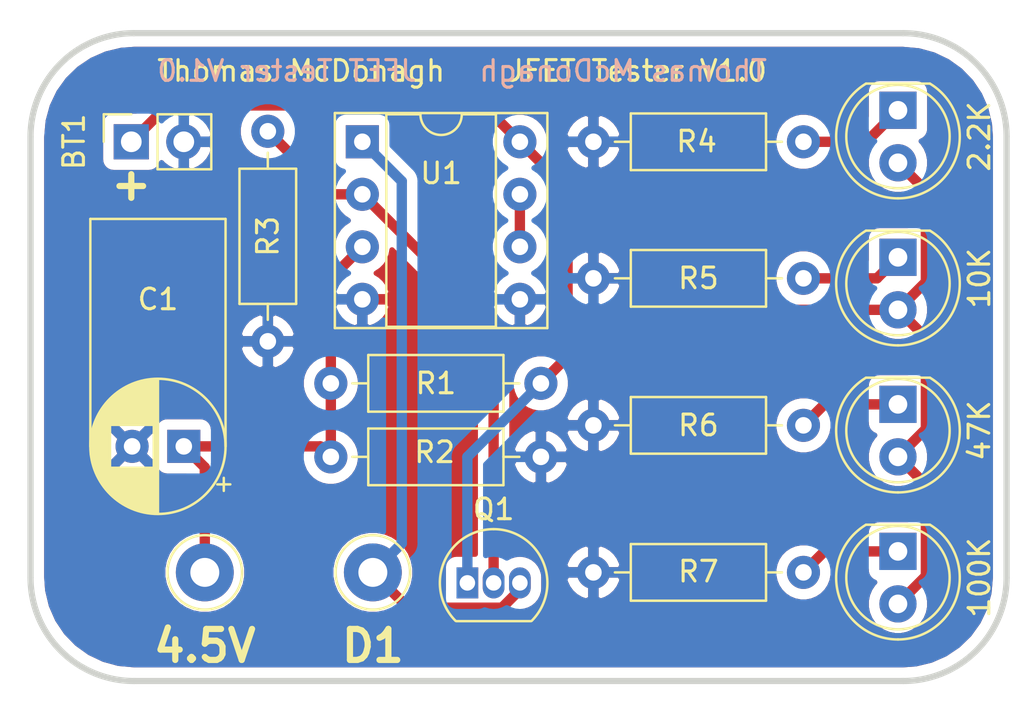
<source format=kicad_pcb>
(kicad_pcb (version 20171130) (host pcbnew "(5.1.7)-1")

  (general
    (thickness 1.6)
    (drawings 17)
    (tracks 46)
    (zones 0)
    (modules 17)
    (nets 11)
  )

  (page A4)
  (layers
    (0 F.Cu signal)
    (31 B.Cu signal)
    (32 B.Adhes user)
    (33 F.Adhes user)
    (34 B.Paste user)
    (35 F.Paste user)
    (36 B.SilkS user)
    (37 F.SilkS user)
    (38 B.Mask user)
    (39 F.Mask user)
    (40 Dwgs.User user)
    (41 Cmts.User user)
    (42 Eco1.User user)
    (43 Eco2.User user)
    (44 Edge.Cuts user)
    (45 Margin user)
    (46 B.CrtYd user)
    (47 F.CrtYd user)
    (48 B.Fab user hide)
    (49 F.Fab user hide)
  )

  (setup
    (last_trace_width 0.5)
    (user_trace_width 0.5)
    (trace_clearance 0.2)
    (zone_clearance 0.508)
    (zone_45_only no)
    (trace_min 0.2)
    (via_size 0.8)
    (via_drill 0.4)
    (via_min_size 0.4)
    (via_min_drill 0.3)
    (uvia_size 0.3)
    (uvia_drill 0.1)
    (uvias_allowed no)
    (uvia_min_size 0.2)
    (uvia_min_drill 0.1)
    (edge_width 0.05)
    (segment_width 0.2)
    (pcb_text_width 0.3)
    (pcb_text_size 1.5 1.5)
    (mod_edge_width 0.12)
    (mod_text_size 1 1)
    (mod_text_width 0.15)
    (pad_size 1.524 1.524)
    (pad_drill 0.762)
    (pad_to_mask_clearance 0)
    (aux_axis_origin 0 0)
    (visible_elements FFFFFF7F)
    (pcbplotparams
      (layerselection 0x010fc_ffffffff)
      (usegerberextensions false)
      (usegerberattributes false)
      (usegerberadvancedattributes true)
      (creategerberjobfile true)
      (excludeedgelayer true)
      (linewidth 0.100000)
      (plotframeref false)
      (viasonmask false)
      (mode 1)
      (useauxorigin false)
      (hpglpennumber 1)
      (hpglpenspeed 20)
      (hpglpendiameter 15.000000)
      (psnegative false)
      (psa4output false)
      (plotreference true)
      (plotvalue true)
      (plotinvisibletext false)
      (padsonsilk false)
      (subtractmaskfromsilk false)
      (outputformat 1)
      (mirror false)
      (drillshape 0)
      (scaleselection 1)
      (outputdirectory "Gerbers/"))
  )

  (net 0 "")
  (net 1 +9V)
  (net 2 GND)
  (net 3 /4.5V)
  (net 4 "Net-(D1-Pad1)")
  (net 5 "Net-(D2-Pad1)")
  (net 6 "Net-(D3-Pad1)")
  (net 7 "Net-(D4-Pad1)")
  (net 8 "Net-(Q1-Pad2)")
  (net 9 "Net-(Q1-Pad3)")
  (net 10 "Net-(U1-Pad6)")

  (net_class Default "This is the default net class."
    (clearance 0.2)
    (trace_width 0.25)
    (via_dia 0.8)
    (via_drill 0.4)
    (uvia_dia 0.3)
    (uvia_drill 0.1)
    (add_net +9V)
    (add_net /4.5V)
    (add_net GND)
    (add_net "Net-(D1-Pad1)")
    (add_net "Net-(D2-Pad1)")
    (add_net "Net-(D3-Pad1)")
    (add_net "Net-(D4-Pad1)")
    (add_net "Net-(Q1-Pad2)")
    (add_net "Net-(Q1-Pad3)")
    (add_net "Net-(U1-Pad6)")
  )

  (module Connector_PinSocket_2.54mm:PinSocket_1x02_P2.54mm_Vertical (layer F.Cu) (tedit 5A19A420) (tstamp 60F7DF7A)
    (at 116.84 79.248 90)
    (descr "Through hole straight socket strip, 1x02, 2.54mm pitch, single row (from Kicad 4.0.7), script generated")
    (tags "Through hole socket strip THT 1x02 2.54mm single row")
    (path /60F90AD8)
    (fp_text reference BT1 (at 0 -2.77 90) (layer F.SilkS)
      (effects (font (size 1 1) (thickness 0.15)))
    )
    (fp_text value 9V (at 0 5.31 90) (layer F.Fab)
      (effects (font (size 1 1) (thickness 0.15)))
    )
    (fp_line (start -1.8 4.3) (end -1.8 -1.8) (layer F.CrtYd) (width 0.05))
    (fp_line (start 1.75 4.3) (end -1.8 4.3) (layer F.CrtYd) (width 0.05))
    (fp_line (start 1.75 -1.8) (end 1.75 4.3) (layer F.CrtYd) (width 0.05))
    (fp_line (start -1.8 -1.8) (end 1.75 -1.8) (layer F.CrtYd) (width 0.05))
    (fp_line (start 0 -1.33) (end 1.33 -1.33) (layer F.SilkS) (width 0.12))
    (fp_line (start 1.33 -1.33) (end 1.33 0) (layer F.SilkS) (width 0.12))
    (fp_line (start 1.33 1.27) (end 1.33 3.87) (layer F.SilkS) (width 0.12))
    (fp_line (start -1.33 3.87) (end 1.33 3.87) (layer F.SilkS) (width 0.12))
    (fp_line (start -1.33 1.27) (end -1.33 3.87) (layer F.SilkS) (width 0.12))
    (fp_line (start -1.33 1.27) (end 1.33 1.27) (layer F.SilkS) (width 0.12))
    (fp_line (start -1.27 3.81) (end -1.27 -1.27) (layer F.Fab) (width 0.1))
    (fp_line (start 1.27 3.81) (end -1.27 3.81) (layer F.Fab) (width 0.1))
    (fp_line (start 1.27 -0.635) (end 1.27 3.81) (layer F.Fab) (width 0.1))
    (fp_line (start 0.635 -1.27) (end 1.27 -0.635) (layer F.Fab) (width 0.1))
    (fp_line (start -1.27 -1.27) (end 0.635 -1.27) (layer F.Fab) (width 0.1))
    (fp_text user %R (at 0 1.27) (layer F.Fab)
      (effects (font (size 1 1) (thickness 0.15)))
    )
    (pad 1 thru_hole rect (at 0 0 90) (size 1.7 1.7) (drill 1) (layers *.Cu *.Mask)
      (net 1 +9V))
    (pad 2 thru_hole oval (at 0 2.54 90) (size 1.7 1.7) (drill 1) (layers *.Cu *.Mask)
      (net 2 GND))
    (model ${KISYS3DMOD}/Connector_PinSocket_2.54mm.3dshapes/PinSocket_1x02_P2.54mm_Vertical.wrl
      (at (xyz 0 0 0))
      (scale (xyz 1 1 1))
      (rotate (xyz 0 0 0))
    )
  )

  (module libraries:CP_Radial_D6.3mm_P2.50mm_L11.0mm (layer F.Cu) (tedit 60AF0C60) (tstamp 60F7E011)
    (at 119.38 93.98 180)
    (descr "CP, Radial series, Radial, pin pitch=2.50mm, , diameter=6.3mm, Electrolytic Capacitor")
    (tags "CP Radial series Radial pin pitch 2.50mm  diameter 6.3mm Electrolytic Capacitor")
    (path /60F78C95)
    (fp_text reference C1 (at 1.25 7.112) (layer F.SilkS)
      (effects (font (size 1 1) (thickness 0.15)))
    )
    (fp_text value 10uF (at 1.25 4.4) (layer F.Fab)
      (effects (font (size 1 1) (thickness 0.15)))
    )
    (fp_line (start -1.935241 -2.154) (end -1.935241 -1.524) (layer F.SilkS) (width 0.12))
    (fp_line (start -2.250241 -1.839) (end -1.620241 -1.839) (layer F.SilkS) (width 0.12))
    (fp_line (start 4.491 -0.402) (end 4.491 0.402) (layer F.SilkS) (width 0.12))
    (fp_line (start 4.451 -0.633) (end 4.451 0.633) (layer F.SilkS) (width 0.12))
    (fp_line (start 4.411 -0.802) (end 4.411 0.802) (layer F.SilkS) (width 0.12))
    (fp_line (start 4.371 -0.94) (end 4.371 0.94) (layer F.SilkS) (width 0.12))
    (fp_line (start 4.331 -1.059) (end 4.331 1.059) (layer F.SilkS) (width 0.12))
    (fp_line (start 4.291 -1.165) (end 4.291 1.165) (layer F.SilkS) (width 0.12))
    (fp_line (start 4.251 -1.262) (end 4.251 1.262) (layer F.SilkS) (width 0.12))
    (fp_line (start 4.211 -1.35) (end 4.211 1.35) (layer F.SilkS) (width 0.12))
    (fp_line (start 4.171 -1.432) (end 4.171 1.432) (layer F.SilkS) (width 0.12))
    (fp_line (start 4.131 -1.509) (end 4.131 1.509) (layer F.SilkS) (width 0.12))
    (fp_line (start 4.091 -1.581) (end 4.091 1.581) (layer F.SilkS) (width 0.12))
    (fp_line (start 4.051 -1.65) (end 4.051 1.65) (layer F.SilkS) (width 0.12))
    (fp_line (start 4.011 -1.714) (end 4.011 1.714) (layer F.SilkS) (width 0.12))
    (fp_line (start 3.971 -1.776) (end 3.971 1.776) (layer F.SilkS) (width 0.12))
    (fp_line (start 3.931 -1.834) (end 3.931 1.834) (layer F.SilkS) (width 0.12))
    (fp_line (start 3.891 -1.89) (end 3.891 1.89) (layer F.SilkS) (width 0.12))
    (fp_line (start 3.851 -1.944) (end 3.851 1.944) (layer F.SilkS) (width 0.12))
    (fp_line (start 3.811 -1.995) (end 3.811 1.995) (layer F.SilkS) (width 0.12))
    (fp_line (start 3.771 -2.044) (end 3.771 2.044) (layer F.SilkS) (width 0.12))
    (fp_line (start 3.731 -2.092) (end 3.731 2.092) (layer F.SilkS) (width 0.12))
    (fp_line (start 3.691 -2.137) (end 3.691 2.137) (layer F.SilkS) (width 0.12))
    (fp_line (start 3.651 -2.182) (end 3.651 2.182) (layer F.SilkS) (width 0.12))
    (fp_line (start 3.611 -2.224) (end 3.611 2.224) (layer F.SilkS) (width 0.12))
    (fp_line (start 3.571 -2.265) (end 3.571 2.265) (layer F.SilkS) (width 0.12))
    (fp_line (start 3.531 1.04) (end 3.531 2.305) (layer F.SilkS) (width 0.12))
    (fp_line (start 3.531 -2.305) (end 3.531 -1.04) (layer F.SilkS) (width 0.12))
    (fp_line (start 3.491 1.04) (end 3.491 2.343) (layer F.SilkS) (width 0.12))
    (fp_line (start 3.491 -2.343) (end 3.491 -1.04) (layer F.SilkS) (width 0.12))
    (fp_line (start 3.451 1.04) (end 3.451 2.38) (layer F.SilkS) (width 0.12))
    (fp_line (start 3.451 -2.38) (end 3.451 -1.04) (layer F.SilkS) (width 0.12))
    (fp_line (start 3.411 1.04) (end 3.411 2.416) (layer F.SilkS) (width 0.12))
    (fp_line (start 3.411 -2.416) (end 3.411 -1.04) (layer F.SilkS) (width 0.12))
    (fp_line (start 3.371 1.04) (end 3.371 2.45) (layer F.SilkS) (width 0.12))
    (fp_line (start 3.371 -2.45) (end 3.371 -1.04) (layer F.SilkS) (width 0.12))
    (fp_line (start 3.331 1.04) (end 3.331 2.484) (layer F.SilkS) (width 0.12))
    (fp_line (start 3.331 -2.484) (end 3.331 -1.04) (layer F.SilkS) (width 0.12))
    (fp_line (start 3.291 1.04) (end 3.291 2.516) (layer F.SilkS) (width 0.12))
    (fp_line (start 3.291 -2.516) (end 3.291 -1.04) (layer F.SilkS) (width 0.12))
    (fp_line (start 3.251 1.04) (end 3.251 2.548) (layer F.SilkS) (width 0.12))
    (fp_line (start 3.251 -2.548) (end 3.251 -1.04) (layer F.SilkS) (width 0.12))
    (fp_line (start 3.211 1.04) (end 3.211 2.578) (layer F.SilkS) (width 0.12))
    (fp_line (start 3.211 -2.578) (end 3.211 -1.04) (layer F.SilkS) (width 0.12))
    (fp_line (start 3.171 1.04) (end 3.171 2.607) (layer F.SilkS) (width 0.12))
    (fp_line (start 3.171 -2.607) (end 3.171 -1.04) (layer F.SilkS) (width 0.12))
    (fp_line (start 3.131 1.04) (end 3.131 2.636) (layer F.SilkS) (width 0.12))
    (fp_line (start 3.131 -2.636) (end 3.131 -1.04) (layer F.SilkS) (width 0.12))
    (fp_line (start 3.091 1.04) (end 3.091 2.664) (layer F.SilkS) (width 0.12))
    (fp_line (start 3.091 -2.664) (end 3.091 -1.04) (layer F.SilkS) (width 0.12))
    (fp_line (start 3.051 1.04) (end 3.051 2.69) (layer F.SilkS) (width 0.12))
    (fp_line (start 3.051 -2.69) (end 3.051 -1.04) (layer F.SilkS) (width 0.12))
    (fp_line (start 3.011 1.04) (end 3.011 2.716) (layer F.SilkS) (width 0.12))
    (fp_line (start 3.011 -2.716) (end 3.011 -1.04) (layer F.SilkS) (width 0.12))
    (fp_line (start 2.971 1.04) (end 2.971 2.742) (layer F.SilkS) (width 0.12))
    (fp_line (start 2.971 -2.742) (end 2.971 -1.04) (layer F.SilkS) (width 0.12))
    (fp_line (start 2.931 1.04) (end 2.931 2.766) (layer F.SilkS) (width 0.12))
    (fp_line (start 2.931 -2.766) (end 2.931 -1.04) (layer F.SilkS) (width 0.12))
    (fp_line (start 2.891 1.04) (end 2.891 2.79) (layer F.SilkS) (width 0.12))
    (fp_line (start 2.891 -2.79) (end 2.891 -1.04) (layer F.SilkS) (width 0.12))
    (fp_line (start 2.851 1.04) (end 2.851 2.812) (layer F.SilkS) (width 0.12))
    (fp_line (start 2.851 -2.812) (end 2.851 -1.04) (layer F.SilkS) (width 0.12))
    (fp_line (start 2.811 1.04) (end 2.811 2.834) (layer F.SilkS) (width 0.12))
    (fp_line (start 2.811 -2.834) (end 2.811 -1.04) (layer F.SilkS) (width 0.12))
    (fp_line (start 2.771 1.04) (end 2.771 2.856) (layer F.SilkS) (width 0.12))
    (fp_line (start 2.771 -2.856) (end 2.771 -1.04) (layer F.SilkS) (width 0.12))
    (fp_line (start 2.731 1.04) (end 2.731 2.876) (layer F.SilkS) (width 0.12))
    (fp_line (start 2.731 -2.876) (end 2.731 -1.04) (layer F.SilkS) (width 0.12))
    (fp_line (start 2.691 1.04) (end 2.691 2.896) (layer F.SilkS) (width 0.12))
    (fp_line (start 2.691 -2.896) (end 2.691 -1.04) (layer F.SilkS) (width 0.12))
    (fp_line (start 2.651 1.04) (end 2.651 2.916) (layer F.SilkS) (width 0.12))
    (fp_line (start 2.651 -2.916) (end 2.651 -1.04) (layer F.SilkS) (width 0.12))
    (fp_line (start 2.611 1.04) (end 2.611 2.934) (layer F.SilkS) (width 0.12))
    (fp_line (start 2.611 -2.934) (end 2.611 -1.04) (layer F.SilkS) (width 0.12))
    (fp_line (start 2.571 1.04) (end 2.571 2.952) (layer F.SilkS) (width 0.12))
    (fp_line (start 2.571 -2.952) (end 2.571 -1.04) (layer F.SilkS) (width 0.12))
    (fp_line (start 2.531 1.04) (end 2.531 2.97) (layer F.SilkS) (width 0.12))
    (fp_line (start 2.531 -2.97) (end 2.531 -1.04) (layer F.SilkS) (width 0.12))
    (fp_line (start 2.491 1.04) (end 2.491 2.986) (layer F.SilkS) (width 0.12))
    (fp_line (start 2.491 -2.986) (end 2.491 -1.04) (layer F.SilkS) (width 0.12))
    (fp_line (start 2.451 1.04) (end 2.451 3.002) (layer F.SilkS) (width 0.12))
    (fp_line (start 2.451 -3.002) (end 2.451 -1.04) (layer F.SilkS) (width 0.12))
    (fp_line (start 2.411 1.04) (end 2.411 3.018) (layer F.SilkS) (width 0.12))
    (fp_line (start 2.411 -3.018) (end 2.411 -1.04) (layer F.SilkS) (width 0.12))
    (fp_line (start 2.371 1.04) (end 2.371 3.033) (layer F.SilkS) (width 0.12))
    (fp_line (start 2.371 -3.033) (end 2.371 -1.04) (layer F.SilkS) (width 0.12))
    (fp_line (start 2.331 1.04) (end 2.331 3.047) (layer F.SilkS) (width 0.12))
    (fp_line (start 2.331 -3.047) (end 2.331 -1.04) (layer F.SilkS) (width 0.12))
    (fp_line (start 2.291 1.04) (end 2.291 3.061) (layer F.SilkS) (width 0.12))
    (fp_line (start 2.291 -3.061) (end 2.291 -1.04) (layer F.SilkS) (width 0.12))
    (fp_line (start 2.251 1.04) (end 2.251 3.074) (layer F.SilkS) (width 0.12))
    (fp_line (start 2.251 -3.074) (end 2.251 -1.04) (layer F.SilkS) (width 0.12))
    (fp_line (start 2.211 1.04) (end 2.211 3.086) (layer F.SilkS) (width 0.12))
    (fp_line (start 2.211 -3.086) (end 2.211 -1.04) (layer F.SilkS) (width 0.12))
    (fp_line (start 2.171 1.04) (end 2.171 3.098) (layer F.SilkS) (width 0.12))
    (fp_line (start 2.171 -3.098) (end 2.171 -1.04) (layer F.SilkS) (width 0.12))
    (fp_line (start 2.131 1.04) (end 2.131 3.11) (layer F.SilkS) (width 0.12))
    (fp_line (start 2.131 -3.11) (end 2.131 -1.04) (layer F.SilkS) (width 0.12))
    (fp_line (start 2.091 1.04) (end 2.091 3.121) (layer F.SilkS) (width 0.12))
    (fp_line (start 2.091 -3.121) (end 2.091 -1.04) (layer F.SilkS) (width 0.12))
    (fp_line (start 2.051 1.04) (end 2.051 3.131) (layer F.SilkS) (width 0.12))
    (fp_line (start 2.051 -3.131) (end 2.051 -1.04) (layer F.SilkS) (width 0.12))
    (fp_line (start 2.011 1.04) (end 2.011 3.141) (layer F.SilkS) (width 0.12))
    (fp_line (start 2.011 -3.141) (end 2.011 -1.04) (layer F.SilkS) (width 0.12))
    (fp_line (start 1.971 1.04) (end 1.971 3.15) (layer F.SilkS) (width 0.12))
    (fp_line (start 1.971 -3.15) (end 1.971 -1.04) (layer F.SilkS) (width 0.12))
    (fp_line (start 1.93 1.04) (end 1.93 3.159) (layer F.SilkS) (width 0.12))
    (fp_line (start 1.93 -3.159) (end 1.93 -1.04) (layer F.SilkS) (width 0.12))
    (fp_line (start 1.89 1.04) (end 1.89 3.167) (layer F.SilkS) (width 0.12))
    (fp_line (start 1.89 -3.167) (end 1.89 -1.04) (layer F.SilkS) (width 0.12))
    (fp_line (start 1.85 1.04) (end 1.85 3.175) (layer F.SilkS) (width 0.12))
    (fp_line (start 1.85 -3.175) (end 1.85 -1.04) (layer F.SilkS) (width 0.12))
    (fp_line (start 1.81 1.04) (end 1.81 3.182) (layer F.SilkS) (width 0.12))
    (fp_line (start 1.81 -3.182) (end 1.81 -1.04) (layer F.SilkS) (width 0.12))
    (fp_line (start 1.77 1.04) (end 1.77 3.189) (layer F.SilkS) (width 0.12))
    (fp_line (start 1.77 -3.189) (end 1.77 -1.04) (layer F.SilkS) (width 0.12))
    (fp_line (start 1.73 1.04) (end 1.73 3.195) (layer F.SilkS) (width 0.12))
    (fp_line (start 1.73 -3.195) (end 1.73 -1.04) (layer F.SilkS) (width 0.12))
    (fp_line (start 1.69 1.04) (end 1.69 3.201) (layer F.SilkS) (width 0.12))
    (fp_line (start 1.69 -3.201) (end 1.69 -1.04) (layer F.SilkS) (width 0.12))
    (fp_line (start 1.65 1.04) (end 1.65 3.206) (layer F.SilkS) (width 0.12))
    (fp_line (start 1.65 -3.206) (end 1.65 -1.04) (layer F.SilkS) (width 0.12))
    (fp_line (start 1.61 1.04) (end 1.61 3.211) (layer F.SilkS) (width 0.12))
    (fp_line (start 1.61 -3.211) (end 1.61 -1.04) (layer F.SilkS) (width 0.12))
    (fp_line (start 1.57 1.04) (end 1.57 3.215) (layer F.SilkS) (width 0.12))
    (fp_line (start 1.57 -3.215) (end 1.57 -1.04) (layer F.SilkS) (width 0.12))
    (fp_line (start 1.53 1.04) (end 1.53 3.218) (layer F.SilkS) (width 0.12))
    (fp_line (start 1.53 -3.218) (end 1.53 -1.04) (layer F.SilkS) (width 0.12))
    (fp_line (start 1.49 1.04) (end 1.49 3.222) (layer F.SilkS) (width 0.12))
    (fp_line (start 1.49 -3.222) (end 1.49 -1.04) (layer F.SilkS) (width 0.12))
    (fp_line (start 1.45 -3.224) (end 1.45 3.224) (layer F.SilkS) (width 0.12))
    (fp_line (start 1.41 -3.227) (end 1.41 3.227) (layer F.SilkS) (width 0.12))
    (fp_line (start 1.37 -3.228) (end 1.37 3.228) (layer F.SilkS) (width 0.12))
    (fp_line (start 1.33 -3.23) (end 1.33 3.23) (layer F.SilkS) (width 0.12))
    (fp_line (start 1.29 -3.23) (end 1.29 3.23) (layer F.SilkS) (width 0.12))
    (fp_line (start 1.25 -3.23) (end 1.25 3.23) (layer F.SilkS) (width 0.12))
    (fp_line (start -1.128972 -1.6885) (end -1.128972 -1.0585) (layer F.Fab) (width 0.1))
    (fp_line (start -1.443972 -1.3735) (end -0.813972 -1.3735) (layer F.Fab) (width 0.1))
    (fp_circle (center 1.25 0) (end 4.65 0) (layer F.CrtYd) (width 0.05))
    (fp_circle (center 1.25 0) (end 4.52 0) (layer F.SilkS) (width 0.12))
    (fp_circle (center 1.25 0) (end 4.4 0) (layer F.Fab) (width 0.1))
    (fp_line (start -2.02 0) (end -2.02 11) (layer F.SilkS) (width 0.12))
    (fp_line (start 4.52 0) (end 4.52 11) (layer F.SilkS) (width 0.12))
    (fp_line (start -2.02 11) (end 4.52 11) (layer F.SilkS) (width 0.12))
    (fp_text user %R (at 1.25 0) (layer F.Fab)
      (effects (font (size 1 1) (thickness 0.15)))
    )
    (pad 1 thru_hole rect (at 0 0 180) (size 1.6 1.6) (drill 0.8) (layers *.Cu *.Mask)
      (net 3 /4.5V))
    (pad 2 thru_hole circle (at 2.5 0 180) (size 1.6 1.6) (drill 0.8) (layers *.Cu *.Mask)
      (net 2 GND))
    (model ${KISYS3DMOD}/Capacitor_THT.3dshapes/CP_Radial_D6.3mm_P2.50mm.wrl
      (at (xyz 0 0 0))
      (scale (xyz 1 1 1))
      (rotate (xyz 0 0 0))
    )
  )

  (module LED_THT:LED_D5.0mm (layer F.Cu) (tedit 5995936A) (tstamp 60F7E023)
    (at 153.924 77.724 270)
    (descr "LED, diameter 5.0mm, 2 pins, http://cdn-reichelt.de/documents/datenblatt/A500/LL-504BC2E-009.pdf")
    (tags "LED diameter 5.0mm 2 pins")
    (path /60FACF4E)
    (fp_text reference D1 (at -1.016 4.318 180) (layer F.SilkS) hide
      (effects (font (size 1 1) (thickness 0.15)))
    )
    (fp_text value LED (at 1.27 3.96 90) (layer F.Fab)
      (effects (font (size 1 1) (thickness 0.15)))
    )
    (fp_line (start 4.5 -3.25) (end -1.95 -3.25) (layer F.CrtYd) (width 0.05))
    (fp_line (start 4.5 3.25) (end 4.5 -3.25) (layer F.CrtYd) (width 0.05))
    (fp_line (start -1.95 3.25) (end 4.5 3.25) (layer F.CrtYd) (width 0.05))
    (fp_line (start -1.95 -3.25) (end -1.95 3.25) (layer F.CrtYd) (width 0.05))
    (fp_line (start -1.29 -1.545) (end -1.29 1.545) (layer F.SilkS) (width 0.12))
    (fp_line (start -1.23 -1.469694) (end -1.23 1.469694) (layer F.Fab) (width 0.1))
    (fp_circle (center 1.27 0) (end 3.77 0) (layer F.SilkS) (width 0.12))
    (fp_circle (center 1.27 0) (end 3.77 0) (layer F.Fab) (width 0.1))
    (fp_arc (start 1.27 0) (end -1.23 -1.469694) (angle 299.1) (layer F.Fab) (width 0.1))
    (fp_arc (start 1.27 0) (end -1.29 -1.54483) (angle 148.9) (layer F.SilkS) (width 0.12))
    (fp_arc (start 1.27 0) (end -1.29 1.54483) (angle -148.9) (layer F.SilkS) (width 0.12))
    (fp_text user %R (at 1.25 0 90) (layer F.Fab)
      (effects (font (size 0.8 0.8) (thickness 0.2)))
    )
    (pad 1 thru_hole rect (at 0 0 270) (size 1.8 1.8) (drill 0.9) (layers *.Cu *.Mask)
      (net 4 "Net-(D1-Pad1)"))
    (pad 2 thru_hole circle (at 2.54 0 270) (size 1.8 1.8) (drill 0.9) (layers *.Cu *.Mask)
      (net 1 +9V))
    (model ${KISYS3DMOD}/LED_THT.3dshapes/LED_D5.0mm.wrl
      (at (xyz 0 0 0))
      (scale (xyz 1 1 1))
      (rotate (xyz 0 0 0))
    )
  )

  (module LED_THT:LED_D5.0mm (layer F.Cu) (tedit 5995936A) (tstamp 60F7E035)
    (at 153.924 84.836 270)
    (descr "LED, diameter 5.0mm, 2 pins, http://cdn-reichelt.de/documents/datenblatt/A500/LL-504BC2E-009.pdf")
    (tags "LED diameter 5.0mm 2 pins")
    (path /60FB390A)
    (fp_text reference D2 (at -1.27 4.318 180) (layer F.SilkS) hide
      (effects (font (size 1 1) (thickness 0.15)))
    )
    (fp_text value LED (at 1.27 3.96 90) (layer F.Fab)
      (effects (font (size 1 1) (thickness 0.15)))
    )
    (fp_text user %R (at 1.25 0 90) (layer F.Fab)
      (effects (font (size 0.8 0.8) (thickness 0.2)))
    )
    (fp_arc (start 1.27 0) (end -1.29 1.54483) (angle -148.9) (layer F.SilkS) (width 0.12))
    (fp_arc (start 1.27 0) (end -1.29 -1.54483) (angle 148.9) (layer F.SilkS) (width 0.12))
    (fp_arc (start 1.27 0) (end -1.23 -1.469694) (angle 299.1) (layer F.Fab) (width 0.1))
    (fp_circle (center 1.27 0) (end 3.77 0) (layer F.Fab) (width 0.1))
    (fp_circle (center 1.27 0) (end 3.77 0) (layer F.SilkS) (width 0.12))
    (fp_line (start -1.23 -1.469694) (end -1.23 1.469694) (layer F.Fab) (width 0.1))
    (fp_line (start -1.29 -1.545) (end -1.29 1.545) (layer F.SilkS) (width 0.12))
    (fp_line (start -1.95 -3.25) (end -1.95 3.25) (layer F.CrtYd) (width 0.05))
    (fp_line (start -1.95 3.25) (end 4.5 3.25) (layer F.CrtYd) (width 0.05))
    (fp_line (start 4.5 3.25) (end 4.5 -3.25) (layer F.CrtYd) (width 0.05))
    (fp_line (start 4.5 -3.25) (end -1.95 -3.25) (layer F.CrtYd) (width 0.05))
    (pad 2 thru_hole circle (at 2.54 0 270) (size 1.8 1.8) (drill 0.9) (layers *.Cu *.Mask)
      (net 1 +9V))
    (pad 1 thru_hole rect (at 0 0 270) (size 1.8 1.8) (drill 0.9) (layers *.Cu *.Mask)
      (net 5 "Net-(D2-Pad1)"))
    (model ${KISYS3DMOD}/LED_THT.3dshapes/LED_D5.0mm.wrl
      (at (xyz 0 0 0))
      (scale (xyz 1 1 1))
      (rotate (xyz 0 0 0))
    )
  )

  (module LED_THT:LED_D5.0mm (layer F.Cu) (tedit 5995936A) (tstamp 60F7E047)
    (at 153.924 91.948 270)
    (descr "LED, diameter 5.0mm, 2 pins, http://cdn-reichelt.de/documents/datenblatt/A500/LL-504BC2E-009.pdf")
    (tags "LED diameter 5.0mm 2 pins")
    (path /60FB4B6C)
    (fp_text reference D3 (at -1.27 4.318 180) (layer F.SilkS) hide
      (effects (font (size 1 1) (thickness 0.15)))
    )
    (fp_text value LED (at 1.27 3.96 90) (layer F.Fab)
      (effects (font (size 1 1) (thickness 0.15)))
    )
    (fp_line (start 4.5 -3.25) (end -1.95 -3.25) (layer F.CrtYd) (width 0.05))
    (fp_line (start 4.5 3.25) (end 4.5 -3.25) (layer F.CrtYd) (width 0.05))
    (fp_line (start -1.95 3.25) (end 4.5 3.25) (layer F.CrtYd) (width 0.05))
    (fp_line (start -1.95 -3.25) (end -1.95 3.25) (layer F.CrtYd) (width 0.05))
    (fp_line (start -1.29 -1.545) (end -1.29 1.545) (layer F.SilkS) (width 0.12))
    (fp_line (start -1.23 -1.469694) (end -1.23 1.469694) (layer F.Fab) (width 0.1))
    (fp_circle (center 1.27 0) (end 3.77 0) (layer F.SilkS) (width 0.12))
    (fp_circle (center 1.27 0) (end 3.77 0) (layer F.Fab) (width 0.1))
    (fp_arc (start 1.27 0) (end -1.23 -1.469694) (angle 299.1) (layer F.Fab) (width 0.1))
    (fp_arc (start 1.27 0) (end -1.29 -1.54483) (angle 148.9) (layer F.SilkS) (width 0.12))
    (fp_arc (start 1.27 0) (end -1.29 1.54483) (angle -148.9) (layer F.SilkS) (width 0.12))
    (fp_text user %R (at 1.25 0 90) (layer F.Fab)
      (effects (font (size 0.8 0.8) (thickness 0.2)))
    )
    (pad 1 thru_hole rect (at 0 0 270) (size 1.8 1.8) (drill 0.9) (layers *.Cu *.Mask)
      (net 6 "Net-(D3-Pad1)"))
    (pad 2 thru_hole circle (at 2.54 0 270) (size 1.8 1.8) (drill 0.9) (layers *.Cu *.Mask)
      (net 1 +9V))
    (model ${KISYS3DMOD}/LED_THT.3dshapes/LED_D5.0mm.wrl
      (at (xyz 0 0 0))
      (scale (xyz 1 1 1))
      (rotate (xyz 0 0 0))
    )
  )

  (module LED_THT:LED_D5.0mm (layer F.Cu) (tedit 5995936A) (tstamp 60F7E059)
    (at 153.924 99.06 270)
    (descr "LED, diameter 5.0mm, 2 pins, http://cdn-reichelt.de/documents/datenblatt/A500/LL-504BC2E-009.pdf")
    (tags "LED diameter 5.0mm 2 pins")
    (path /60FB6078)
    (fp_text reference D4 (at -1.27 4.318 180) (layer F.SilkS) hide
      (effects (font (size 1 1) (thickness 0.15)))
    )
    (fp_text value LED (at 1.27 3.96 90) (layer F.Fab)
      (effects (font (size 1 1) (thickness 0.15)))
    )
    (fp_text user %R (at 1.25 0 90) (layer F.Fab)
      (effects (font (size 0.8 0.8) (thickness 0.2)))
    )
    (fp_arc (start 1.27 0) (end -1.29 1.54483) (angle -148.9) (layer F.SilkS) (width 0.12))
    (fp_arc (start 1.27 0) (end -1.29 -1.54483) (angle 148.9) (layer F.SilkS) (width 0.12))
    (fp_arc (start 1.27 0) (end -1.23 -1.469694) (angle 299.1) (layer F.Fab) (width 0.1))
    (fp_circle (center 1.27 0) (end 3.77 0) (layer F.Fab) (width 0.1))
    (fp_circle (center 1.27 0) (end 3.77 0) (layer F.SilkS) (width 0.12))
    (fp_line (start -1.23 -1.469694) (end -1.23 1.469694) (layer F.Fab) (width 0.1))
    (fp_line (start -1.29 -1.545) (end -1.29 1.545) (layer F.SilkS) (width 0.12))
    (fp_line (start -1.95 -3.25) (end -1.95 3.25) (layer F.CrtYd) (width 0.05))
    (fp_line (start -1.95 3.25) (end 4.5 3.25) (layer F.CrtYd) (width 0.05))
    (fp_line (start 4.5 3.25) (end 4.5 -3.25) (layer F.CrtYd) (width 0.05))
    (fp_line (start 4.5 -3.25) (end -1.95 -3.25) (layer F.CrtYd) (width 0.05))
    (pad 2 thru_hole circle (at 2.54 0 270) (size 1.8 1.8) (drill 0.9) (layers *.Cu *.Mask)
      (net 1 +9V))
    (pad 1 thru_hole rect (at 0 0 270) (size 1.8 1.8) (drill 0.9) (layers *.Cu *.Mask)
      (net 7 "Net-(D4-Pad1)"))
    (model ${KISYS3DMOD}/LED_THT.3dshapes/LED_D5.0mm.wrl
      (at (xyz 0 0 0))
      (scale (xyz 1 1 1))
      (rotate (xyz 0 0 0))
    )
  )

  (module Package_TO_SOT_THT:TO-92_Inline (layer F.Cu) (tedit 5A1DD157) (tstamp 60F7E06B)
    (at 133.096 100.584)
    (descr "TO-92 leads in-line, narrow, oval pads, drill 0.75mm (see NXP sot054_po.pdf)")
    (tags "to-92 sc-43 sc-43a sot54 PA33 transistor")
    (path /60F94ACD)
    (fp_text reference Q1 (at 1.27 -3.56) (layer F.SilkS)
      (effects (font (size 1 1) (thickness 0.15)))
    )
    (fp_text value 2N5457 (at 1.27 2.79) (layer F.Fab)
      (effects (font (size 1 1) (thickness 0.15)))
    )
    (fp_line (start 4 2.01) (end -1.46 2.01) (layer F.CrtYd) (width 0.05))
    (fp_line (start 4 2.01) (end 4 -2.73) (layer F.CrtYd) (width 0.05))
    (fp_line (start -1.46 -2.73) (end -1.46 2.01) (layer F.CrtYd) (width 0.05))
    (fp_line (start -1.46 -2.73) (end 4 -2.73) (layer F.CrtYd) (width 0.05))
    (fp_line (start -0.5 1.75) (end 3 1.75) (layer F.Fab) (width 0.1))
    (fp_line (start -0.53 1.85) (end 3.07 1.85) (layer F.SilkS) (width 0.12))
    (fp_text user %R (at 1.27 0) (layer F.Fab)
      (effects (font (size 1 1) (thickness 0.15)))
    )
    (fp_arc (start 1.27 0) (end 1.27 -2.48) (angle 135) (layer F.Fab) (width 0.1))
    (fp_arc (start 1.27 0) (end 1.27 -2.6) (angle -135) (layer F.SilkS) (width 0.12))
    (fp_arc (start 1.27 0) (end 1.27 -2.48) (angle -135) (layer F.Fab) (width 0.1))
    (fp_arc (start 1.27 0) (end 1.27 -2.6) (angle 135) (layer F.SilkS) (width 0.12))
    (pad 2 thru_hole oval (at 1.27 0) (size 1.05 1.5) (drill 0.75) (layers *.Cu *.Mask)
      (net 8 "Net-(Q1-Pad2)"))
    (pad 3 thru_hole oval (at 2.54 0) (size 1.05 1.5) (drill 0.75) (layers *.Cu *.Mask)
      (net 9 "Net-(Q1-Pad3)"))
    (pad 1 thru_hole rect (at 0 0) (size 1.05 1.5) (drill 0.75) (layers *.Cu *.Mask)
      (net 1 +9V))
    (model ${KISYS3DMOD}/Package_TO_SOT_THT.3dshapes/TO-92_Inline.wrl
      (at (xyz 0 0 0))
      (scale (xyz 1 1 1))
      (rotate (xyz 0 0 0))
    )
  )

  (module Resistor_THT:R_Axial_DIN0207_L6.3mm_D2.5mm_P10.16mm_Horizontal (layer F.Cu) (tedit 5AE5139B) (tstamp 60F7E082)
    (at 136.652 90.932 180)
    (descr "Resistor, Axial_DIN0207 series, Axial, Horizontal, pin pitch=10.16mm, 0.25W = 1/4W, length*diameter=6.3*2.5mm^2, http://cdn-reichelt.de/documents/datenblatt/B400/1_4W%23YAG.pdf")
    (tags "Resistor Axial_DIN0207 series Axial Horizontal pin pitch 10.16mm 0.25W = 1/4W length 6.3mm diameter 2.5mm")
    (path /60F76620)
    (fp_text reference R1 (at 5.08 0) (layer F.SilkS)
      (effects (font (size 1 1) (thickness 0.15)))
    )
    (fp_text value 10K (at 5.08 2.37) (layer F.Fab)
      (effects (font (size 1 1) (thickness 0.15)))
    )
    (fp_text user %R (at 5.08 0) (layer F.Fab)
      (effects (font (size 1 1) (thickness 0.15)))
    )
    (fp_line (start 1.93 -1.25) (end 1.93 1.25) (layer F.Fab) (width 0.1))
    (fp_line (start 1.93 1.25) (end 8.23 1.25) (layer F.Fab) (width 0.1))
    (fp_line (start 8.23 1.25) (end 8.23 -1.25) (layer F.Fab) (width 0.1))
    (fp_line (start 8.23 -1.25) (end 1.93 -1.25) (layer F.Fab) (width 0.1))
    (fp_line (start 0 0) (end 1.93 0) (layer F.Fab) (width 0.1))
    (fp_line (start 10.16 0) (end 8.23 0) (layer F.Fab) (width 0.1))
    (fp_line (start 1.81 -1.37) (end 1.81 1.37) (layer F.SilkS) (width 0.12))
    (fp_line (start 1.81 1.37) (end 8.35 1.37) (layer F.SilkS) (width 0.12))
    (fp_line (start 8.35 1.37) (end 8.35 -1.37) (layer F.SilkS) (width 0.12))
    (fp_line (start 8.35 -1.37) (end 1.81 -1.37) (layer F.SilkS) (width 0.12))
    (fp_line (start 1.04 0) (end 1.81 0) (layer F.SilkS) (width 0.12))
    (fp_line (start 9.12 0) (end 8.35 0) (layer F.SilkS) (width 0.12))
    (fp_line (start -1.05 -1.5) (end -1.05 1.5) (layer F.CrtYd) (width 0.05))
    (fp_line (start -1.05 1.5) (end 11.21 1.5) (layer F.CrtYd) (width 0.05))
    (fp_line (start 11.21 1.5) (end 11.21 -1.5) (layer F.CrtYd) (width 0.05))
    (fp_line (start 11.21 -1.5) (end -1.05 -1.5) (layer F.CrtYd) (width 0.05))
    (pad 2 thru_hole oval (at 10.16 0 180) (size 1.6 1.6) (drill 0.8) (layers *.Cu *.Mask)
      (net 3 /4.5V))
    (pad 1 thru_hole circle (at 0 0 180) (size 1.6 1.6) (drill 0.8) (layers *.Cu *.Mask)
      (net 1 +9V))
    (model ${KISYS3DMOD}/Resistor_THT.3dshapes/R_Axial_DIN0207_L6.3mm_D2.5mm_P10.16mm_Horizontal.wrl
      (at (xyz 0 0 0))
      (scale (xyz 1 1 1))
      (rotate (xyz 0 0 0))
    )
  )

  (module Resistor_THT:R_Axial_DIN0207_L6.3mm_D2.5mm_P10.16mm_Horizontal (layer F.Cu) (tedit 5AE5139B) (tstamp 60F7E099)
    (at 126.492 94.488)
    (descr "Resistor, Axial_DIN0207 series, Axial, Horizontal, pin pitch=10.16mm, 0.25W = 1/4W, length*diameter=6.3*2.5mm^2, http://cdn-reichelt.de/documents/datenblatt/B400/1_4W%23YAG.pdf")
    (tags "Resistor Axial_DIN0207 series Axial Horizontal pin pitch 10.16mm 0.25W = 1/4W length 6.3mm diameter 2.5mm")
    (path /60F76EED)
    (fp_text reference R2 (at 5.020999 -0.227001) (layer F.SilkS)
      (effects (font (size 1 1) (thickness 0.15)))
    )
    (fp_text value 10K (at 5.08 2.37) (layer F.Fab)
      (effects (font (size 1 1) (thickness 0.15)))
    )
    (fp_line (start 11.21 -1.5) (end -1.05 -1.5) (layer F.CrtYd) (width 0.05))
    (fp_line (start 11.21 1.5) (end 11.21 -1.5) (layer F.CrtYd) (width 0.05))
    (fp_line (start -1.05 1.5) (end 11.21 1.5) (layer F.CrtYd) (width 0.05))
    (fp_line (start -1.05 -1.5) (end -1.05 1.5) (layer F.CrtYd) (width 0.05))
    (fp_line (start 9.12 0) (end 8.35 0) (layer F.SilkS) (width 0.12))
    (fp_line (start 1.04 0) (end 1.81 0) (layer F.SilkS) (width 0.12))
    (fp_line (start 8.35 -1.37) (end 1.81 -1.37) (layer F.SilkS) (width 0.12))
    (fp_line (start 8.35 1.37) (end 8.35 -1.37) (layer F.SilkS) (width 0.12))
    (fp_line (start 1.81 1.37) (end 8.35 1.37) (layer F.SilkS) (width 0.12))
    (fp_line (start 1.81 -1.37) (end 1.81 1.37) (layer F.SilkS) (width 0.12))
    (fp_line (start 10.16 0) (end 8.23 0) (layer F.Fab) (width 0.1))
    (fp_line (start 0 0) (end 1.93 0) (layer F.Fab) (width 0.1))
    (fp_line (start 8.23 -1.25) (end 1.93 -1.25) (layer F.Fab) (width 0.1))
    (fp_line (start 8.23 1.25) (end 8.23 -1.25) (layer F.Fab) (width 0.1))
    (fp_line (start 1.93 1.25) (end 8.23 1.25) (layer F.Fab) (width 0.1))
    (fp_line (start 1.93 -1.25) (end 1.93 1.25) (layer F.Fab) (width 0.1))
    (fp_text user %R (at 5.08 0) (layer F.Fab)
      (effects (font (size 1 1) (thickness 0.15)))
    )
    (pad 1 thru_hole circle (at 0 0) (size 1.6 1.6) (drill 0.8) (layers *.Cu *.Mask)
      (net 3 /4.5V))
    (pad 2 thru_hole oval (at 10.16 0) (size 1.6 1.6) (drill 0.8) (layers *.Cu *.Mask)
      (net 2 GND))
    (model ${KISYS3DMOD}/Resistor_THT.3dshapes/R_Axial_DIN0207_L6.3mm_D2.5mm_P10.16mm_Horizontal.wrl
      (at (xyz 0 0 0))
      (scale (xyz 1 1 1))
      (rotate (xyz 0 0 0))
    )
  )

  (module Resistor_THT:R_Axial_DIN0207_L6.3mm_D2.5mm_P10.16mm_Horizontal (layer F.Cu) (tedit 5AE5139B) (tstamp 60F7E0B0)
    (at 123.444 78.74 270)
    (descr "Resistor, Axial_DIN0207 series, Axial, Horizontal, pin pitch=10.16mm, 0.25W = 1/4W, length*diameter=6.3*2.5mm^2, http://cdn-reichelt.de/documents/datenblatt/B400/1_4W%23YAG.pdf")
    (tags "Resistor Axial_DIN0207 series Axial Horizontal pin pitch 10.16mm 0.25W = 1/4W length 6.3mm diameter 2.5mm")
    (path /60F93312)
    (fp_text reference R3 (at 5.08 0 90) (layer F.SilkS)
      (effects (font (size 1 1) (thickness 0.15)))
    )
    (fp_text value 10K (at 5.08 2.37 90) (layer F.Fab)
      (effects (font (size 1 1) (thickness 0.15)))
    )
    (fp_text user %R (at 5.08 0 90) (layer F.Fab)
      (effects (font (size 1 1) (thickness 0.15)))
    )
    (fp_line (start 1.93 -1.25) (end 1.93 1.25) (layer F.Fab) (width 0.1))
    (fp_line (start 1.93 1.25) (end 8.23 1.25) (layer F.Fab) (width 0.1))
    (fp_line (start 8.23 1.25) (end 8.23 -1.25) (layer F.Fab) (width 0.1))
    (fp_line (start 8.23 -1.25) (end 1.93 -1.25) (layer F.Fab) (width 0.1))
    (fp_line (start 0 0) (end 1.93 0) (layer F.Fab) (width 0.1))
    (fp_line (start 10.16 0) (end 8.23 0) (layer F.Fab) (width 0.1))
    (fp_line (start 1.81 -1.37) (end 1.81 1.37) (layer F.SilkS) (width 0.12))
    (fp_line (start 1.81 1.37) (end 8.35 1.37) (layer F.SilkS) (width 0.12))
    (fp_line (start 8.35 1.37) (end 8.35 -1.37) (layer F.SilkS) (width 0.12))
    (fp_line (start 8.35 -1.37) (end 1.81 -1.37) (layer F.SilkS) (width 0.12))
    (fp_line (start 1.04 0) (end 1.81 0) (layer F.SilkS) (width 0.12))
    (fp_line (start 9.12 0) (end 8.35 0) (layer F.SilkS) (width 0.12))
    (fp_line (start -1.05 -1.5) (end -1.05 1.5) (layer F.CrtYd) (width 0.05))
    (fp_line (start -1.05 1.5) (end 11.21 1.5) (layer F.CrtYd) (width 0.05))
    (fp_line (start 11.21 1.5) (end 11.21 -1.5) (layer F.CrtYd) (width 0.05))
    (fp_line (start 11.21 -1.5) (end -1.05 -1.5) (layer F.CrtYd) (width 0.05))
    (pad 2 thru_hole oval (at 10.16 0 270) (size 1.6 1.6) (drill 0.8) (layers *.Cu *.Mask)
      (net 2 GND))
    (pad 1 thru_hole circle (at 0 0 270) (size 1.6 1.6) (drill 0.8) (layers *.Cu *.Mask)
      (net 8 "Net-(Q1-Pad2)"))
    (model ${KISYS3DMOD}/Resistor_THT.3dshapes/R_Axial_DIN0207_L6.3mm_D2.5mm_P10.16mm_Horizontal.wrl
      (at (xyz 0 0 0))
      (scale (xyz 1 1 1))
      (rotate (xyz 0 0 0))
    )
  )

  (module Resistor_THT:R_Axial_DIN0207_L6.3mm_D2.5mm_P10.16mm_Horizontal (layer F.Cu) (tedit 5AE5139B) (tstamp 60F7E0C7)
    (at 149.352 79.248 180)
    (descr "Resistor, Axial_DIN0207 series, Axial, Horizontal, pin pitch=10.16mm, 0.25W = 1/4W, length*diameter=6.3*2.5mm^2, http://cdn-reichelt.de/documents/datenblatt/B400/1_4W%23YAG.pdf")
    (tags "Resistor Axial_DIN0207 series Axial Horizontal pin pitch 10.16mm 0.25W = 1/4W length 6.3mm diameter 2.5mm")
    (path /60FADA15)
    (fp_text reference R4 (at 5.168999 0.012999) (layer F.SilkS)
      (effects (font (size 1 1) (thickness 0.15)))
    )
    (fp_text value 2.2K (at 5.08 2.37) (layer F.Fab)
      (effects (font (size 1 1) (thickness 0.15)))
    )
    (fp_line (start 11.21 -1.5) (end -1.05 -1.5) (layer F.CrtYd) (width 0.05))
    (fp_line (start 11.21 1.5) (end 11.21 -1.5) (layer F.CrtYd) (width 0.05))
    (fp_line (start -1.05 1.5) (end 11.21 1.5) (layer F.CrtYd) (width 0.05))
    (fp_line (start -1.05 -1.5) (end -1.05 1.5) (layer F.CrtYd) (width 0.05))
    (fp_line (start 9.12 0) (end 8.35 0) (layer F.SilkS) (width 0.12))
    (fp_line (start 1.04 0) (end 1.81 0) (layer F.SilkS) (width 0.12))
    (fp_line (start 8.35 -1.37) (end 1.81 -1.37) (layer F.SilkS) (width 0.12))
    (fp_line (start 8.35 1.37) (end 8.35 -1.37) (layer F.SilkS) (width 0.12))
    (fp_line (start 1.81 1.37) (end 8.35 1.37) (layer F.SilkS) (width 0.12))
    (fp_line (start 1.81 -1.37) (end 1.81 1.37) (layer F.SilkS) (width 0.12))
    (fp_line (start 10.16 0) (end 8.23 0) (layer F.Fab) (width 0.1))
    (fp_line (start 0 0) (end 1.93 0) (layer F.Fab) (width 0.1))
    (fp_line (start 8.23 -1.25) (end 1.93 -1.25) (layer F.Fab) (width 0.1))
    (fp_line (start 8.23 1.25) (end 8.23 -1.25) (layer F.Fab) (width 0.1))
    (fp_line (start 1.93 1.25) (end 8.23 1.25) (layer F.Fab) (width 0.1))
    (fp_line (start 1.93 -1.25) (end 1.93 1.25) (layer F.Fab) (width 0.1))
    (fp_text user %R (at 5.08 0) (layer F.Fab)
      (effects (font (size 1 1) (thickness 0.15)))
    )
    (pad 1 thru_hole circle (at 0 0 180) (size 1.6 1.6) (drill 0.8) (layers *.Cu *.Mask)
      (net 4 "Net-(D1-Pad1)"))
    (pad 2 thru_hole oval (at 10.16 0 180) (size 1.6 1.6) (drill 0.8) (layers *.Cu *.Mask)
      (net 2 GND))
    (model ${KISYS3DMOD}/Resistor_THT.3dshapes/R_Axial_DIN0207_L6.3mm_D2.5mm_P10.16mm_Horizontal.wrl
      (at (xyz 0 0 0))
      (scale (xyz 1 1 1))
      (rotate (xyz 0 0 0))
    )
  )

  (module Resistor_THT:R_Axial_DIN0207_L6.3mm_D2.5mm_P10.16mm_Horizontal (layer F.Cu) (tedit 5AE5139B) (tstamp 60F7E0DE)
    (at 149.352 85.852 180)
    (descr "Resistor, Axial_DIN0207 series, Axial, Horizontal, pin pitch=10.16mm, 0.25W = 1/4W, length*diameter=6.3*2.5mm^2, http://cdn-reichelt.de/documents/datenblatt/B400/1_4W%23YAG.pdf")
    (tags "Resistor Axial_DIN0207 series Axial Horizontal pin pitch 10.16mm 0.25W = 1/4W length 6.3mm diameter 2.5mm")
    (path /60FB3910)
    (fp_text reference R5 (at 5.08 0) (layer F.SilkS)
      (effects (font (size 1 1) (thickness 0.15)))
    )
    (fp_text value 10K (at 5.08 2.37) (layer F.Fab)
      (effects (font (size 1 1) (thickness 0.15)))
    )
    (fp_text user %R (at 5.08 0) (layer F.Fab)
      (effects (font (size 1 1) (thickness 0.15)))
    )
    (fp_line (start 1.93 -1.25) (end 1.93 1.25) (layer F.Fab) (width 0.1))
    (fp_line (start 1.93 1.25) (end 8.23 1.25) (layer F.Fab) (width 0.1))
    (fp_line (start 8.23 1.25) (end 8.23 -1.25) (layer F.Fab) (width 0.1))
    (fp_line (start 8.23 -1.25) (end 1.93 -1.25) (layer F.Fab) (width 0.1))
    (fp_line (start 0 0) (end 1.93 0) (layer F.Fab) (width 0.1))
    (fp_line (start 10.16 0) (end 8.23 0) (layer F.Fab) (width 0.1))
    (fp_line (start 1.81 -1.37) (end 1.81 1.37) (layer F.SilkS) (width 0.12))
    (fp_line (start 1.81 1.37) (end 8.35 1.37) (layer F.SilkS) (width 0.12))
    (fp_line (start 8.35 1.37) (end 8.35 -1.37) (layer F.SilkS) (width 0.12))
    (fp_line (start 8.35 -1.37) (end 1.81 -1.37) (layer F.SilkS) (width 0.12))
    (fp_line (start 1.04 0) (end 1.81 0) (layer F.SilkS) (width 0.12))
    (fp_line (start 9.12 0) (end 8.35 0) (layer F.SilkS) (width 0.12))
    (fp_line (start -1.05 -1.5) (end -1.05 1.5) (layer F.CrtYd) (width 0.05))
    (fp_line (start -1.05 1.5) (end 11.21 1.5) (layer F.CrtYd) (width 0.05))
    (fp_line (start 11.21 1.5) (end 11.21 -1.5) (layer F.CrtYd) (width 0.05))
    (fp_line (start 11.21 -1.5) (end -1.05 -1.5) (layer F.CrtYd) (width 0.05))
    (pad 2 thru_hole oval (at 10.16 0 180) (size 1.6 1.6) (drill 0.8) (layers *.Cu *.Mask)
      (net 2 GND))
    (pad 1 thru_hole circle (at 0 0 180) (size 1.6 1.6) (drill 0.8) (layers *.Cu *.Mask)
      (net 5 "Net-(D2-Pad1)"))
    (model ${KISYS3DMOD}/Resistor_THT.3dshapes/R_Axial_DIN0207_L6.3mm_D2.5mm_P10.16mm_Horizontal.wrl
      (at (xyz 0 0 0))
      (scale (xyz 1 1 1))
      (rotate (xyz 0 0 0))
    )
  )

  (module Resistor_THT:R_Axial_DIN0207_L6.3mm_D2.5mm_P10.16mm_Horizontal (layer F.Cu) (tedit 5AE5139B) (tstamp 60F7E0F5)
    (at 149.352 92.964 180)
    (descr "Resistor, Axial_DIN0207 series, Axial, Horizontal, pin pitch=10.16mm, 0.25W = 1/4W, length*diameter=6.3*2.5mm^2, http://cdn-reichelt.de/documents/datenblatt/B400/1_4W%23YAG.pdf")
    (tags "Resistor Axial_DIN0207 series Axial Horizontal pin pitch 10.16mm 0.25W = 1/4W length 6.3mm diameter 2.5mm")
    (path /60FB4B72)
    (fp_text reference R6 (at 5.08 0) (layer F.SilkS)
      (effects (font (size 1 1) (thickness 0.15)))
    )
    (fp_text value 47K (at 5.08 2.37) (layer F.Fab)
      (effects (font (size 1 1) (thickness 0.15)))
    )
    (fp_line (start 11.21 -1.5) (end -1.05 -1.5) (layer F.CrtYd) (width 0.05))
    (fp_line (start 11.21 1.5) (end 11.21 -1.5) (layer F.CrtYd) (width 0.05))
    (fp_line (start -1.05 1.5) (end 11.21 1.5) (layer F.CrtYd) (width 0.05))
    (fp_line (start -1.05 -1.5) (end -1.05 1.5) (layer F.CrtYd) (width 0.05))
    (fp_line (start 9.12 0) (end 8.35 0) (layer F.SilkS) (width 0.12))
    (fp_line (start 1.04 0) (end 1.81 0) (layer F.SilkS) (width 0.12))
    (fp_line (start 8.35 -1.37) (end 1.81 -1.37) (layer F.SilkS) (width 0.12))
    (fp_line (start 8.35 1.37) (end 8.35 -1.37) (layer F.SilkS) (width 0.12))
    (fp_line (start 1.81 1.37) (end 8.35 1.37) (layer F.SilkS) (width 0.12))
    (fp_line (start 1.81 -1.37) (end 1.81 1.37) (layer F.SilkS) (width 0.12))
    (fp_line (start 10.16 0) (end 8.23 0) (layer F.Fab) (width 0.1))
    (fp_line (start 0 0) (end 1.93 0) (layer F.Fab) (width 0.1))
    (fp_line (start 8.23 -1.25) (end 1.93 -1.25) (layer F.Fab) (width 0.1))
    (fp_line (start 8.23 1.25) (end 8.23 -1.25) (layer F.Fab) (width 0.1))
    (fp_line (start 1.93 1.25) (end 8.23 1.25) (layer F.Fab) (width 0.1))
    (fp_line (start 1.93 -1.25) (end 1.93 1.25) (layer F.Fab) (width 0.1))
    (fp_text user %R (at 5.08 0) (layer F.Fab)
      (effects (font (size 1 1) (thickness 0.15)))
    )
    (pad 1 thru_hole circle (at 0 0 180) (size 1.6 1.6) (drill 0.8) (layers *.Cu *.Mask)
      (net 6 "Net-(D3-Pad1)"))
    (pad 2 thru_hole oval (at 10.16 0 180) (size 1.6 1.6) (drill 0.8) (layers *.Cu *.Mask)
      (net 2 GND))
    (model ${KISYS3DMOD}/Resistor_THT.3dshapes/R_Axial_DIN0207_L6.3mm_D2.5mm_P10.16mm_Horizontal.wrl
      (at (xyz 0 0 0))
      (scale (xyz 1 1 1))
      (rotate (xyz 0 0 0))
    )
  )

  (module Resistor_THT:R_Axial_DIN0207_L6.3mm_D2.5mm_P10.16mm_Horizontal (layer F.Cu) (tedit 5AE5139B) (tstamp 60F7E10C)
    (at 149.352 100.076 180)
    (descr "Resistor, Axial_DIN0207 series, Axial, Horizontal, pin pitch=10.16mm, 0.25W = 1/4W, length*diameter=6.3*2.5mm^2, http://cdn-reichelt.de/documents/datenblatt/B400/1_4W%23YAG.pdf")
    (tags "Resistor Axial_DIN0207 series Axial Horizontal pin pitch 10.16mm 0.25W = 1/4W length 6.3mm diameter 2.5mm")
    (path /60FB607E)
    (fp_text reference R7 (at 5.08 0.040999) (layer F.SilkS)
      (effects (font (size 1 1) (thickness 0.15)))
    )
    (fp_text value 100K (at 5.08 2.37) (layer F.Fab)
      (effects (font (size 1 1) (thickness 0.15)))
    )
    (fp_line (start 11.21 -1.5) (end -1.05 -1.5) (layer F.CrtYd) (width 0.05))
    (fp_line (start 11.21 1.5) (end 11.21 -1.5) (layer F.CrtYd) (width 0.05))
    (fp_line (start -1.05 1.5) (end 11.21 1.5) (layer F.CrtYd) (width 0.05))
    (fp_line (start -1.05 -1.5) (end -1.05 1.5) (layer F.CrtYd) (width 0.05))
    (fp_line (start 9.12 0) (end 8.35 0) (layer F.SilkS) (width 0.12))
    (fp_line (start 1.04 0) (end 1.81 0) (layer F.SilkS) (width 0.12))
    (fp_line (start 8.35 -1.37) (end 1.81 -1.37) (layer F.SilkS) (width 0.12))
    (fp_line (start 8.35 1.37) (end 8.35 -1.37) (layer F.SilkS) (width 0.12))
    (fp_line (start 1.81 1.37) (end 8.35 1.37) (layer F.SilkS) (width 0.12))
    (fp_line (start 1.81 -1.37) (end 1.81 1.37) (layer F.SilkS) (width 0.12))
    (fp_line (start 10.16 0) (end 8.23 0) (layer F.Fab) (width 0.1))
    (fp_line (start 0 0) (end 1.93 0) (layer F.Fab) (width 0.1))
    (fp_line (start 8.23 -1.25) (end 1.93 -1.25) (layer F.Fab) (width 0.1))
    (fp_line (start 8.23 1.25) (end 8.23 -1.25) (layer F.Fab) (width 0.1))
    (fp_line (start 1.93 1.25) (end 8.23 1.25) (layer F.Fab) (width 0.1))
    (fp_line (start 1.93 -1.25) (end 1.93 1.25) (layer F.Fab) (width 0.1))
    (fp_text user %R (at 5.08 0) (layer F.Fab)
      (effects (font (size 1 1) (thickness 0.15)))
    )
    (pad 1 thru_hole circle (at 0 0 180) (size 1.6 1.6) (drill 0.8) (layers *.Cu *.Mask)
      (net 7 "Net-(D4-Pad1)"))
    (pad 2 thru_hole oval (at 10.16 0 180) (size 1.6 1.6) (drill 0.8) (layers *.Cu *.Mask)
      (net 2 GND))
    (model ${KISYS3DMOD}/Resistor_THT.3dshapes/R_Axial_DIN0207_L6.3mm_D2.5mm_P10.16mm_Horizontal.wrl
      (at (xyz 0 0 0))
      (scale (xyz 1 1 1))
      (rotate (xyz 0 0 0))
    )
  )

  (module TestPoint:TestPoint_Loop_D3.50mm_Drill1.4mm_Beaded (layer F.Cu) (tedit 5A0F774F) (tstamp 60F7E119)
    (at 120.396 100.076)
    (descr "wire loop with bead as test point, loop diameter 3.5mm, hole diameter 1.4mm")
    (tags "test point wire loop bead")
    (path /60F82E09)
    (fp_text reference TP1 (at 0 4.064) (layer F.SilkS) hide
      (effects (font (size 1 1) (thickness 0.15)))
    )
    (fp_text value +4.5V (at 0 -2.8) (layer F.Fab)
      (effects (font (size 1 1) (thickness 0.15)))
    )
    (fp_circle (center 0 0) (end 1.5 0) (layer F.Fab) (width 0.12))
    (fp_circle (center 0 0) (end 1.8 0) (layer F.SilkS) (width 0.12))
    (fp_circle (center 0 0) (end 2.1 0) (layer F.CrtYd) (width 0.05))
    (fp_line (start 1.6 -0.3) (end -1.6 -0.3) (layer F.Fab) (width 0.12))
    (fp_line (start 1.6 0.3) (end 1.6 -0.3) (layer F.Fab) (width 0.12))
    (fp_line (start -1.6 0.3) (end 1.6 0.3) (layer F.Fab) (width 0.12))
    (fp_line (start -1.6 -0.3) (end -1.6 0.3) (layer F.Fab) (width 0.12))
    (fp_text user %R (at 0.7 2.5) (layer F.Fab)
      (effects (font (size 1 1) (thickness 0.15)))
    )
    (pad 1 thru_hole circle (at 0 0) (size 2.8 2.8) (drill 1.4) (layers *.Cu *.Mask)
      (net 3 /4.5V))
    (model ${KISYS3DMOD}/TestPoint.3dshapes/TestPoint_Loop_D3.50mm_Drill1.4mm_Beaded.wrl
      (at (xyz 0 0 0))
      (scale (xyz 1 1 1))
      (rotate (xyz 0 0 0))
    )
  )

  (module TestPoint:TestPoint_Loop_D3.50mm_Drill1.4mm_Beaded (layer F.Cu) (tedit 5A0F774F) (tstamp 60F7E126)
    (at 128.524 100.076)
    (descr "wire loop with bead as test point, loop diameter 3.5mm, hole diameter 1.4mm")
    (tags "test point wire loop bead")
    (path /60F9AE61)
    (fp_text reference TP2 (at 0 4.064) (layer F.SilkS) hide
      (effects (font (size 1 1) (thickness 0.15)))
    )
    (fp_text value D1 (at 0 -2.8) (layer F.Fab)
      (effects (font (size 1 1) (thickness 0.15)))
    )
    (fp_text user %R (at 0.7 2.5) (layer F.Fab)
      (effects (font (size 1 1) (thickness 0.15)))
    )
    (fp_line (start -1.6 -0.3) (end -1.6 0.3) (layer F.Fab) (width 0.12))
    (fp_line (start -1.6 0.3) (end 1.6 0.3) (layer F.Fab) (width 0.12))
    (fp_line (start 1.6 0.3) (end 1.6 -0.3) (layer F.Fab) (width 0.12))
    (fp_line (start 1.6 -0.3) (end -1.6 -0.3) (layer F.Fab) (width 0.12))
    (fp_circle (center 0 0) (end 2.1 0) (layer F.CrtYd) (width 0.05))
    (fp_circle (center 0 0) (end 1.8 0) (layer F.SilkS) (width 0.12))
    (fp_circle (center 0 0) (end 1.5 0) (layer F.Fab) (width 0.12))
    (pad 1 thru_hole circle (at 0 0) (size 2.8 2.8) (drill 1.4) (layers *.Cu *.Mask)
      (net 9 "Net-(Q1-Pad3)"))
    (model ${KISYS3DMOD}/TestPoint.3dshapes/TestPoint_Loop_D3.50mm_Drill1.4mm_Beaded.wrl
      (at (xyz 0 0 0))
      (scale (xyz 1 1 1))
      (rotate (xyz 0 0 0))
    )
  )

  (module Package_DIP:DIP-8_W7.62mm_Socket (layer F.Cu) (tedit 5A02E8C5) (tstamp 60F7E14A)
    (at 128.016 79.248)
    (descr "8-lead though-hole mounted DIP package, row spacing 7.62 mm (300 mils), Socket")
    (tags "THT DIP DIL PDIP 2.54mm 7.62mm 300mil Socket")
    (path /60F79D3E)
    (fp_text reference U1 (at 3.81 1.524) (layer F.SilkS)
      (effects (font (size 1 1) (thickness 0.15)))
    )
    (fp_text value TL072 (at 3.81 9.95) (layer F.Fab)
      (effects (font (size 1 1) (thickness 0.15)))
    )
    (fp_line (start 9.15 -1.6) (end -1.55 -1.6) (layer F.CrtYd) (width 0.05))
    (fp_line (start 9.15 9.2) (end 9.15 -1.6) (layer F.CrtYd) (width 0.05))
    (fp_line (start -1.55 9.2) (end 9.15 9.2) (layer F.CrtYd) (width 0.05))
    (fp_line (start -1.55 -1.6) (end -1.55 9.2) (layer F.CrtYd) (width 0.05))
    (fp_line (start 8.95 -1.39) (end -1.33 -1.39) (layer F.SilkS) (width 0.12))
    (fp_line (start 8.95 9.01) (end 8.95 -1.39) (layer F.SilkS) (width 0.12))
    (fp_line (start -1.33 9.01) (end 8.95 9.01) (layer F.SilkS) (width 0.12))
    (fp_line (start -1.33 -1.39) (end -1.33 9.01) (layer F.SilkS) (width 0.12))
    (fp_line (start 6.46 -1.33) (end 4.81 -1.33) (layer F.SilkS) (width 0.12))
    (fp_line (start 6.46 8.95) (end 6.46 -1.33) (layer F.SilkS) (width 0.12))
    (fp_line (start 1.16 8.95) (end 6.46 8.95) (layer F.SilkS) (width 0.12))
    (fp_line (start 1.16 -1.33) (end 1.16 8.95) (layer F.SilkS) (width 0.12))
    (fp_line (start 2.81 -1.33) (end 1.16 -1.33) (layer F.SilkS) (width 0.12))
    (fp_line (start 8.89 -1.33) (end -1.27 -1.33) (layer F.Fab) (width 0.1))
    (fp_line (start 8.89 8.95) (end 8.89 -1.33) (layer F.Fab) (width 0.1))
    (fp_line (start -1.27 8.95) (end 8.89 8.95) (layer F.Fab) (width 0.1))
    (fp_line (start -1.27 -1.33) (end -1.27 8.95) (layer F.Fab) (width 0.1))
    (fp_line (start 0.635 -0.27) (end 1.635 -1.27) (layer F.Fab) (width 0.1))
    (fp_line (start 0.635 8.89) (end 0.635 -0.27) (layer F.Fab) (width 0.1))
    (fp_line (start 6.985 8.89) (end 0.635 8.89) (layer F.Fab) (width 0.1))
    (fp_line (start 6.985 -1.27) (end 6.985 8.89) (layer F.Fab) (width 0.1))
    (fp_line (start 1.635 -1.27) (end 6.985 -1.27) (layer F.Fab) (width 0.1))
    (fp_arc (start 3.81 -1.33) (end 2.81 -1.33) (angle -180) (layer F.SilkS) (width 0.12))
    (fp_text user %R (at 3.81 3.81) (layer F.Fab)
      (effects (font (size 1 1) (thickness 0.15)))
    )
    (pad 1 thru_hole rect (at 0 0) (size 1.6 1.6) (drill 0.8) (layers *.Cu *.Mask)
      (net 9 "Net-(Q1-Pad3)"))
    (pad 5 thru_hole oval (at 7.62 7.62) (size 1.6 1.6) (drill 0.8) (layers *.Cu *.Mask)
      (net 2 GND))
    (pad 2 thru_hole oval (at 0 2.54) (size 1.6 1.6) (drill 0.8) (layers *.Cu *.Mask)
      (net 8 "Net-(Q1-Pad2)"))
    (pad 6 thru_hole oval (at 7.62 5.08) (size 1.6 1.6) (drill 0.8) (layers *.Cu *.Mask)
      (net 10 "Net-(U1-Pad6)"))
    (pad 3 thru_hole oval (at 0 5.08) (size 1.6 1.6) (drill 0.8) (layers *.Cu *.Mask)
      (net 3 /4.5V))
    (pad 7 thru_hole oval (at 7.62 2.54) (size 1.6 1.6) (drill 0.8) (layers *.Cu *.Mask)
      (net 10 "Net-(U1-Pad6)"))
    (pad 4 thru_hole oval (at 0 7.62) (size 1.6 1.6) (drill 0.8) (layers *.Cu *.Mask)
      (net 2 GND))
    (pad 8 thru_hole oval (at 7.62 0) (size 1.6 1.6) (drill 0.8) (layers *.Cu *.Mask)
      (net 1 +9V))
    (model ${KISYS3DMOD}/Package_DIP.3dshapes/DIP-8_W7.62mm_Socket.wrl
      (at (xyz 0 0 0))
      (scale (xyz 1 1 1))
      (rotate (xyz 0 0 0))
    )
  )

  (gr_text + (at 116.84 81.28) (layer F.SilkS)
    (effects (font (size 1.5 1.5) (thickness 0.3)))
  )
  (gr_text D1 (at 128.524 103.632) (layer F.SilkS)
    (effects (font (size 1.5 1.5) (thickness 0.3)))
  )
  (gr_text 4.5V (at 120.396 103.632) (layer F.SilkS)
    (effects (font (size 1.5 1.5) (thickness 0.3)))
  )
  (gr_text "Thomas McDonagh    JFET Tester V1.0" (at 132.842 75.819) (layer F.SilkS) (tstamp 60F7F2FE)
    (effects (font (size 1 1) (thickness 0.15)))
  )
  (gr_text "Thomas McDonagh    JFET Tester V1.0" (at 132.842 75.819) (layer B.SilkS)
    (effects (font (size 1 1) (thickness 0.15)) (justify mirror))
  )
  (gr_line (start 111.967 100.33) (end 111.967 78.994) (layer Edge.Cuts) (width 0.3) (tstamp 60F7F2F0))
  (gr_line (start 116.967 105.33) (end 154.178 105.33) (layer Edge.Cuts) (width 0.3) (tstamp 60F7F2EF))
  (gr_line (start 154.178 73.994) (end 116.967 73.994) (layer Edge.Cuts) (width 0.3) (tstamp 60F7F2DF))
  (gr_line (start 159.178 78.994) (end 159.178 100.33) (layer Edge.Cuts) (width 0.3) (tstamp 60F7F2D3))
  (gr_arc (start 116.967 78.994) (end 116.967 73.994) (angle -90) (layer Edge.Cuts) (width 0.3) (tstamp 60F7F275))
  (gr_arc (start 116.967 100.33) (end 111.967 100.33) (angle -90) (layer Edge.Cuts) (width 0.3) (tstamp 60F7F298))
  (gr_arc (start 154.178 100.33) (end 154.178 105.33) (angle -90) (layer Edge.Cuts) (width 0.3) (tstamp 60F7F275))
  (gr_text 100K (at 157.861 100.33 90) (layer F.SilkS) (tstamp 60F7F1CE)
    (effects (font (size 1 1) (thickness 0.15)))
  )
  (gr_text 47K (at 157.861 93.218 90) (layer F.SilkS) (tstamp 60F7F1CE)
    (effects (font (size 1 1) (thickness 0.15)))
  )
  (gr_text 10K (at 157.861 85.852 90) (layer F.SilkS) (tstamp 60F7F1CE)
    (effects (font (size 1 1) (thickness 0.15)))
  )
  (gr_text 2.2K (at 157.861 78.994 90) (layer F.SilkS)
    (effects (font (size 1 1) (thickness 0.15)))
  )
  (gr_arc (start 154.178 78.994) (end 159.178 78.994) (angle -90) (layer Edge.Cuts) (width 0.3))

  (segment (start 118.598001 77.489999) (end 116.84 79.248) (width 0.5) (layer F.Cu) (net 1))
  (segment (start 133.877999 77.489999) (end 118.598001 77.489999) (width 0.5) (layer F.Cu) (net 1))
  (segment (start 135.636 79.248) (end 133.877999 77.489999) (width 0.5) (layer F.Cu) (net 1))
  (segment (start 140.208 87.376) (end 136.652 90.932) (width 0.5) (layer F.Cu) (net 1))
  (segment (start 153.924 87.376) (end 140.208 87.376) (width 0.5) (layer F.Cu) (net 1))
  (segment (start 155.274001 95.838001) (end 153.924 94.488) (width 0.5) (layer F.Cu) (net 1))
  (segment (start 155.274001 100.249999) (end 155.274001 95.838001) (width 0.5) (layer F.Cu) (net 1))
  (segment (start 153.924 101.6) (end 155.274001 100.249999) (width 0.5) (layer F.Cu) (net 1))
  (segment (start 155.274001 88.726001) (end 153.924 87.376) (width 0.5) (layer F.Cu) (net 1))
  (segment (start 155.274001 93.137999) (end 155.274001 88.726001) (width 0.5) (layer F.Cu) (net 1))
  (segment (start 153.924 94.488) (end 155.274001 93.137999) (width 0.5) (layer F.Cu) (net 1))
  (segment (start 155.274001 81.614001) (end 153.924 80.264) (width 0.5) (layer F.Cu) (net 1))
  (segment (start 155.274001 86.025999) (end 155.274001 81.614001) (width 0.5) (layer F.Cu) (net 1))
  (segment (start 153.924 87.376) (end 155.274001 86.025999) (width 0.5) (layer F.Cu) (net 1))
  (segment (start 137.941999 89.642001) (end 136.652 90.932) (width 0.5) (layer F.Cu) (net 1))
  (segment (start 137.941999 81.553999) (end 137.941999 89.642001) (width 0.5) (layer F.Cu) (net 1))
  (segment (start 135.636 79.248) (end 137.941999 81.553999) (width 0.5) (layer F.Cu) (net 1))
  (segment (start 133.096 94.488) (end 136.652 90.932) (width 0.5) (layer B.Cu) (net 1))
  (segment (start 133.096 100.584) (end 133.096 94.488) (width 0.5) (layer B.Cu) (net 1))
  (segment (start 125.984 93.98) (end 126.492 94.488) (width 0.5) (layer F.Cu) (net 3))
  (segment (start 119.38 93.98) (end 125.984 93.98) (width 0.5) (layer F.Cu) (net 3))
  (segment (start 126.492 90.932) (end 126.492 94.488) (width 0.5) (layer F.Cu) (net 3))
  (segment (start 126.492 85.852) (end 128.016 84.328) (width 0.5) (layer F.Cu) (net 3))
  (segment (start 126.492 90.932) (end 126.492 85.852) (width 0.5) (layer F.Cu) (net 3))
  (segment (start 120.396 94.996) (end 119.38 93.98) (width 0.5) (layer F.Cu) (net 3))
  (segment (start 120.396 100.076) (end 120.396 94.996) (width 0.5) (layer F.Cu) (net 3))
  (segment (start 152.4 79.248) (end 153.924 77.724) (width 0.5) (layer F.Cu) (net 4))
  (segment (start 149.352 79.248) (end 152.4 79.248) (width 0.5) (layer F.Cu) (net 4))
  (segment (start 152.908 85.852) (end 153.924 84.836) (width 0.5) (layer F.Cu) (net 5))
  (segment (start 149.352 85.852) (end 152.908 85.852) (width 0.5) (layer F.Cu) (net 5))
  (segment (start 150.368 91.948) (end 149.352 92.964) (width 0.5) (layer F.Cu) (net 6))
  (segment (start 153.924 91.948) (end 150.368 91.948) (width 0.5) (layer F.Cu) (net 6))
  (segment (start 150.368 99.06) (end 149.352 100.076) (width 0.5) (layer F.Cu) (net 7))
  (segment (start 153.924 99.06) (end 150.368 99.06) (width 0.5) (layer F.Cu) (net 7))
  (segment (start 126.492 81.788) (end 123.444 78.74) (width 0.5) (layer F.Cu) (net 8))
  (segment (start 128.016 81.788) (end 126.492 81.788) (width 0.5) (layer F.Cu) (net 8))
  (segment (start 134.366 88.138) (end 134.366 100.584) (width 0.5) (layer F.Cu) (net 8))
  (segment (start 128.016 81.788) (end 134.366 88.138) (width 0.5) (layer F.Cu) (net 8))
  (segment (start 134.769862 101.78401) (end 135.636 100.917872) (width 0.5) (layer F.Cu) (net 9))
  (segment (start 135.636 100.917872) (end 135.636 100.584) (width 0.5) (layer F.Cu) (net 9))
  (segment (start 130.23201 101.78401) (end 134.769862 101.78401) (width 0.5) (layer F.Cu) (net 9))
  (segment (start 128.524 100.076) (end 130.23201 101.78401) (width 0.5) (layer F.Cu) (net 9))
  (segment (start 129.923999 81.155999) (end 128.016 79.248) (width 0.5) (layer B.Cu) (net 9))
  (segment (start 129.923999 98.676001) (end 129.923999 81.155999) (width 0.5) (layer B.Cu) (net 9))
  (segment (start 128.524 100.076) (end 129.923999 98.676001) (width 0.5) (layer B.Cu) (net 9))
  (segment (start 135.636 81.788) (end 135.636 84.328) (width 0.5) (layer F.Cu) (net 10))

  (zone (net 2) (net_name GND) (layer B.Cu) (tstamp 60F7F6C0) (hatch edge 0.508)
    (connect_pads (clearance 0.508))
    (min_thickness 0.254)
    (fill yes (arc_segments 32) (thermal_gap 0.508) (thermal_bridge_width 0.508))
    (polygon
      (pts
        (xy 160.02 106.68) (xy 110.49 106.68) (xy 110.49 72.39) (xy 160.02 72.39)
      )
    )
    (filled_polygon
      (pts
        (xy 154.923857 74.848686) (xy 155.646144 75.046281) (xy 156.322017 75.368656) (xy 156.930127 75.805626) (xy 157.451247 76.34338)
        (xy 157.868897 76.964909) (xy 158.169887 77.650583) (xy 158.346146 78.384752) (xy 158.393 79.022786) (xy 158.393001 100.295031)
        (xy 158.323314 101.075857) (xy 158.125718 101.798148) (xy 157.803345 102.474017) (xy 157.366371 103.08213) (xy 156.82862 103.603247)
        (xy 156.207091 104.020897) (xy 155.521414 104.321888) (xy 154.787248 104.498146) (xy 154.149214 104.545) (xy 117.001958 104.545)
        (xy 116.221143 104.475314) (xy 115.498852 104.277718) (xy 114.822983 103.955345) (xy 114.21487 103.518371) (xy 113.693753 102.98062)
        (xy 113.276103 102.359091) (xy 112.975112 101.673414) (xy 112.798854 100.939248) (xy 112.752 100.301214) (xy 112.752 99.87557)
        (xy 118.361 99.87557) (xy 118.361 100.27643) (xy 118.439204 100.669587) (xy 118.592607 101.039934) (xy 118.815313 101.373237)
        (xy 119.098763 101.656687) (xy 119.432066 101.879393) (xy 119.802413 102.032796) (xy 120.19557 102.111) (xy 120.59643 102.111)
        (xy 120.989587 102.032796) (xy 121.359934 101.879393) (xy 121.693237 101.656687) (xy 121.976687 101.373237) (xy 122.199393 101.039934)
        (xy 122.352796 100.669587) (xy 122.431 100.27643) (xy 122.431 99.87557) (xy 126.489 99.87557) (xy 126.489 100.27643)
        (xy 126.567204 100.669587) (xy 126.720607 101.039934) (xy 126.943313 101.373237) (xy 127.226763 101.656687) (xy 127.560066 101.879393)
        (xy 127.930413 102.032796) (xy 128.32357 102.111) (xy 128.72443 102.111) (xy 129.117587 102.032796) (xy 129.487934 101.879393)
        (xy 129.821237 101.656687) (xy 130.104687 101.373237) (xy 130.327393 101.039934) (xy 130.480796 100.669587) (xy 130.559 100.27643)
        (xy 130.559 99.87557) (xy 130.550732 99.834) (xy 131.932928 99.834) (xy 131.932928 101.334) (xy 131.945188 101.458482)
        (xy 131.981498 101.57818) (xy 132.040463 101.688494) (xy 132.119815 101.785185) (xy 132.216506 101.864537) (xy 132.32682 101.923502)
        (xy 132.446518 101.959812) (xy 132.571 101.972072) (xy 133.621 101.972072) (xy 133.745482 101.959812) (xy 133.86518 101.923502)
        (xy 133.929902 101.888907) (xy 134.138601 101.952215) (xy 134.366 101.974612) (xy 134.5934 101.952215) (xy 134.81206 101.885885)
        (xy 135.001001 101.784894) (xy 135.189941 101.885885) (xy 135.408601 101.952215) (xy 135.636 101.974612) (xy 135.8634 101.952215)
        (xy 136.08206 101.885885) (xy 136.283579 101.778171) (xy 136.460212 101.633212) (xy 136.605171 101.456579) (xy 136.712885 101.255059)
        (xy 136.779215 101.036399) (xy 136.796 100.865978) (xy 136.796 100.425039) (xy 137.800096 100.425039) (xy 137.840754 100.559087)
        (xy 137.960963 100.81342) (xy 138.128481 101.039414) (xy 138.336869 101.228385) (xy 138.578119 101.37307) (xy 138.84296 101.467909)
        (xy 139.065 101.346624) (xy 139.065 100.203) (xy 139.319 100.203) (xy 139.319 101.346624) (xy 139.54104 101.467909)
        (xy 139.805881 101.37307) (xy 140.047131 101.228385) (xy 140.255519 101.039414) (xy 140.423037 100.81342) (xy 140.543246 100.559087)
        (xy 140.583904 100.425039) (xy 140.461915 100.203) (xy 139.319 100.203) (xy 139.065 100.203) (xy 137.922085 100.203)
        (xy 137.800096 100.425039) (xy 136.796 100.425039) (xy 136.796 100.302021) (xy 136.779215 100.1316) (xy 136.712885 99.91294)
        (xy 136.613478 99.726961) (xy 137.800096 99.726961) (xy 137.922085 99.949) (xy 139.065 99.949) (xy 139.065 98.805376)
        (xy 139.319 98.805376) (xy 139.319 99.949) (xy 140.461915 99.949) (xy 140.46979 99.934665) (xy 147.917 99.934665)
        (xy 147.917 100.217335) (xy 147.972147 100.494574) (xy 148.08032 100.755727) (xy 148.237363 100.990759) (xy 148.437241 101.190637)
        (xy 148.672273 101.34768) (xy 148.933426 101.455853) (xy 149.210665 101.511) (xy 149.493335 101.511) (xy 149.770574 101.455853)
        (xy 150.031727 101.34768) (xy 150.266759 101.190637) (xy 150.466637 100.990759) (xy 150.62368 100.755727) (xy 150.731853 100.494574)
        (xy 150.787 100.217335) (xy 150.787 99.934665) (xy 150.731853 99.657426) (xy 150.62368 99.396273) (xy 150.466637 99.161241)
        (xy 150.266759 98.961363) (xy 150.031727 98.80432) (xy 149.770574 98.696147) (xy 149.493335 98.641) (xy 149.210665 98.641)
        (xy 148.933426 98.696147) (xy 148.672273 98.80432) (xy 148.437241 98.961363) (xy 148.237363 99.161241) (xy 148.08032 99.396273)
        (xy 147.972147 99.657426) (xy 147.917 99.934665) (xy 140.46979 99.934665) (xy 140.583904 99.726961) (xy 140.543246 99.592913)
        (xy 140.423037 99.33858) (xy 140.255519 99.112586) (xy 140.047131 98.923615) (xy 139.805881 98.77893) (xy 139.54104 98.684091)
        (xy 139.319 98.805376) (xy 139.065 98.805376) (xy 138.84296 98.684091) (xy 138.578119 98.77893) (xy 138.336869 98.923615)
        (xy 138.128481 99.112586) (xy 137.960963 99.33858) (xy 137.840754 99.592913) (xy 137.800096 99.726961) (xy 136.613478 99.726961)
        (xy 136.605171 99.711421) (xy 136.460212 99.534788) (xy 136.283578 99.389829) (xy 136.082059 99.282115) (xy 135.863399 99.215785)
        (xy 135.636 99.193388) (xy 135.4086 99.215785) (xy 135.18994 99.282115) (xy 135.001 99.383106) (xy 134.812059 99.282115)
        (xy 134.593399 99.215785) (xy 134.366 99.193388) (xy 134.1386 99.215785) (xy 133.981 99.263593) (xy 133.981 98.16)
        (xy 152.385928 98.16) (xy 152.385928 99.96) (xy 152.398188 100.084482) (xy 152.434498 100.20418) (xy 152.493463 100.314494)
        (xy 152.572815 100.411185) (xy 152.669506 100.490537) (xy 152.77982 100.549502) (xy 152.798127 100.555056) (xy 152.731688 100.621495)
        (xy 152.563701 100.872905) (xy 152.447989 101.152257) (xy 152.389 101.448816) (xy 152.389 101.751184) (xy 152.447989 102.047743)
        (xy 152.563701 102.327095) (xy 152.731688 102.578505) (xy 152.945495 102.792312) (xy 153.196905 102.960299) (xy 153.476257 103.076011)
        (xy 153.772816 103.135) (xy 154.075184 103.135) (xy 154.371743 103.076011) (xy 154.651095 102.960299) (xy 154.902505 102.792312)
        (xy 155.116312 102.578505) (xy 155.284299 102.327095) (xy 155.400011 102.047743) (xy 155.459 101.751184) (xy 155.459 101.448816)
        (xy 155.400011 101.152257) (xy 155.284299 100.872905) (xy 155.116312 100.621495) (xy 155.049873 100.555056) (xy 155.06818 100.549502)
        (xy 155.178494 100.490537) (xy 155.275185 100.411185) (xy 155.354537 100.314494) (xy 155.413502 100.20418) (xy 155.449812 100.084482)
        (xy 155.462072 99.96) (xy 155.462072 98.16) (xy 155.449812 98.035518) (xy 155.413502 97.91582) (xy 155.354537 97.805506)
        (xy 155.275185 97.708815) (xy 155.178494 97.629463) (xy 155.06818 97.570498) (xy 154.948482 97.534188) (xy 154.824 97.521928)
        (xy 153.024 97.521928) (xy 152.899518 97.534188) (xy 152.77982 97.570498) (xy 152.669506 97.629463) (xy 152.572815 97.708815)
        (xy 152.493463 97.805506) (xy 152.434498 97.91582) (xy 152.398188 98.035518) (xy 152.385928 98.16) (xy 133.981 98.16)
        (xy 133.981 94.854578) (xy 133.998539 94.837039) (xy 135.260096 94.837039) (xy 135.300754 94.971087) (xy 135.420963 95.22542)
        (xy 135.588481 95.451414) (xy 135.796869 95.640385) (xy 136.038119 95.78507) (xy 136.30296 95.879909) (xy 136.525 95.758624)
        (xy 136.525 94.615) (xy 136.779 94.615) (xy 136.779 95.758624) (xy 137.00104 95.879909) (xy 137.265881 95.78507)
        (xy 137.507131 95.640385) (xy 137.715519 95.451414) (xy 137.883037 95.22542) (xy 138.003246 94.971087) (xy 138.043904 94.837039)
        (xy 137.921915 94.615) (xy 136.779 94.615) (xy 136.525 94.615) (xy 135.382085 94.615) (xy 135.260096 94.837039)
        (xy 133.998539 94.837039) (xy 134.696617 94.138961) (xy 135.260096 94.138961) (xy 135.382085 94.361) (xy 136.525 94.361)
        (xy 136.525 93.217376) (xy 136.779 93.217376) (xy 136.779 94.361) (xy 137.921915 94.361) (xy 138.043904 94.138961)
        (xy 138.003246 94.004913) (xy 137.883037 93.75058) (xy 137.715519 93.524586) (xy 137.507131 93.335615) (xy 137.469488 93.313039)
        (xy 137.800096 93.313039) (xy 137.840754 93.447087) (xy 137.960963 93.70142) (xy 138.128481 93.927414) (xy 138.336869 94.116385)
        (xy 138.578119 94.26107) (xy 138.84296 94.355909) (xy 139.065 94.234624) (xy 139.065 93.091) (xy 139.319 93.091)
        (xy 139.319 94.234624) (xy 139.54104 94.355909) (xy 139.805881 94.26107) (xy 140.047131 94.116385) (xy 140.255519 93.927414)
        (xy 140.423037 93.70142) (xy 140.543246 93.447087) (xy 140.583904 93.313039) (xy 140.461915 93.091) (xy 139.319 93.091)
        (xy 139.065 93.091) (xy 137.922085 93.091) (xy 137.800096 93.313039) (xy 137.469488 93.313039) (xy 137.265881 93.19093)
        (xy 137.00104 93.096091) (xy 136.779 93.217376) (xy 136.525 93.217376) (xy 136.30296 93.096091) (xy 136.038119 93.19093)
        (xy 135.796869 93.335615) (xy 135.588481 93.524586) (xy 135.420963 93.75058) (xy 135.300754 94.004913) (xy 135.260096 94.138961)
        (xy 134.696617 94.138961) (xy 136.220617 92.614961) (xy 137.800096 92.614961) (xy 137.922085 92.837) (xy 139.065 92.837)
        (xy 139.065 91.693376) (xy 139.319 91.693376) (xy 139.319 92.837) (xy 140.461915 92.837) (xy 140.46979 92.822665)
        (xy 147.917 92.822665) (xy 147.917 93.105335) (xy 147.972147 93.382574) (xy 148.08032 93.643727) (xy 148.237363 93.878759)
        (xy 148.437241 94.078637) (xy 148.672273 94.23568) (xy 148.933426 94.343853) (xy 149.210665 94.399) (xy 149.493335 94.399)
        (xy 149.770574 94.343853) (xy 150.031727 94.23568) (xy 150.266759 94.078637) (xy 150.466637 93.878759) (xy 150.62368 93.643727)
        (xy 150.731853 93.382574) (xy 150.787 93.105335) (xy 150.787 92.822665) (xy 150.731853 92.545426) (xy 150.62368 92.284273)
        (xy 150.466637 92.049241) (xy 150.266759 91.849363) (xy 150.031727 91.69232) (xy 149.770574 91.584147) (xy 149.493335 91.529)
        (xy 149.210665 91.529) (xy 148.933426 91.584147) (xy 148.672273 91.69232) (xy 148.437241 91.849363) (xy 148.237363 92.049241)
        (xy 148.08032 92.284273) (xy 147.972147 92.545426) (xy 147.917 92.822665) (xy 140.46979 92.822665) (xy 140.583904 92.614961)
        (xy 140.543246 92.480913) (xy 140.423037 92.22658) (xy 140.255519 92.000586) (xy 140.047131 91.811615) (xy 139.805881 91.66693)
        (xy 139.54104 91.572091) (xy 139.319 91.693376) (xy 139.065 91.693376) (xy 138.84296 91.572091) (xy 138.578119 91.66693)
        (xy 138.336869 91.811615) (xy 138.128481 92.000586) (xy 137.960963 92.22658) (xy 137.840754 92.480913) (xy 137.800096 92.614961)
        (xy 136.220617 92.614961) (xy 136.475561 92.360017) (xy 136.510665 92.367) (xy 136.793335 92.367) (xy 137.070574 92.311853)
        (xy 137.331727 92.20368) (xy 137.566759 92.046637) (xy 137.766637 91.846759) (xy 137.92368 91.611727) (xy 138.031853 91.350574)
        (xy 138.087 91.073335) (xy 138.087 91.048) (xy 152.385928 91.048) (xy 152.385928 92.848) (xy 152.398188 92.972482)
        (xy 152.434498 93.09218) (xy 152.493463 93.202494) (xy 152.572815 93.299185) (xy 152.669506 93.378537) (xy 152.77982 93.437502)
        (xy 152.798127 93.443056) (xy 152.731688 93.509495) (xy 152.563701 93.760905) (xy 152.447989 94.040257) (xy 152.389 94.336816)
        (xy 152.389 94.639184) (xy 152.447989 94.935743) (xy 152.563701 95.215095) (xy 152.731688 95.466505) (xy 152.945495 95.680312)
        (xy 153.196905 95.848299) (xy 153.476257 95.964011) (xy 153.772816 96.023) (xy 154.075184 96.023) (xy 154.371743 95.964011)
        (xy 154.651095 95.848299) (xy 154.902505 95.680312) (xy 155.116312 95.466505) (xy 155.284299 95.215095) (xy 155.400011 94.935743)
        (xy 155.459 94.639184) (xy 155.459 94.336816) (xy 155.400011 94.040257) (xy 155.284299 93.760905) (xy 155.116312 93.509495)
        (xy 155.049873 93.443056) (xy 155.06818 93.437502) (xy 155.178494 93.378537) (xy 155.275185 93.299185) (xy 155.354537 93.202494)
        (xy 155.413502 93.09218) (xy 155.449812 92.972482) (xy 155.462072 92.848) (xy 155.462072 91.048) (xy 155.449812 90.923518)
        (xy 155.413502 90.80382) (xy 155.354537 90.693506) (xy 155.275185 90.596815) (xy 155.178494 90.517463) (xy 155.06818 90.458498)
        (xy 154.948482 90.422188) (xy 154.824 90.409928) (xy 153.024 90.409928) (xy 152.899518 90.422188) (xy 152.77982 90.458498)
        (xy 152.669506 90.517463) (xy 152.572815 90.596815) (xy 152.493463 90.693506) (xy 152.434498 90.80382) (xy 152.398188 90.923518)
        (xy 152.385928 91.048) (xy 138.087 91.048) (xy 138.087 90.790665) (xy 138.031853 90.513426) (xy 137.92368 90.252273)
        (xy 137.766637 90.017241) (xy 137.566759 89.817363) (xy 137.331727 89.66032) (xy 137.070574 89.552147) (xy 136.793335 89.497)
        (xy 136.510665 89.497) (xy 136.233426 89.552147) (xy 135.972273 89.66032) (xy 135.737241 89.817363) (xy 135.537363 90.017241)
        (xy 135.38032 90.252273) (xy 135.272147 90.513426) (xy 135.217 90.790665) (xy 135.217 91.073335) (xy 135.223983 91.108439)
        (xy 132.500951 93.831471) (xy 132.467184 93.859183) (xy 132.439471 93.892951) (xy 132.439468 93.892954) (xy 132.35659 93.993941)
        (xy 132.274412 94.147687) (xy 132.223805 94.31451) (xy 132.206719 94.488) (xy 132.211001 94.531479) (xy 132.211 99.307981)
        (xy 132.119815 99.382815) (xy 132.040463 99.479506) (xy 131.981498 99.58982) (xy 131.945188 99.709518) (xy 131.932928 99.834)
        (xy 130.550732 99.834) (xy 130.480796 99.482413) (xy 130.4481 99.403479) (xy 130.519049 99.33253) (xy 130.552816 99.304818)
        (xy 130.642181 99.195928) (xy 130.66341 99.17006) (xy 130.745588 99.016315) (xy 130.796194 98.849491) (xy 130.800643 98.80432)
        (xy 130.808999 98.719478) (xy 130.808999 98.71947) (xy 130.81328 98.676001) (xy 130.808999 98.632532) (xy 130.808999 87.217039)
        (xy 134.244096 87.217039) (xy 134.284754 87.351087) (xy 134.404963 87.60542) (xy 134.572481 87.831414) (xy 134.780869 88.020385)
        (xy 135.022119 88.16507) (xy 135.28696 88.259909) (xy 135.509 88.138624) (xy 135.509 86.995) (xy 135.763 86.995)
        (xy 135.763 88.138624) (xy 135.98504 88.259909) (xy 136.249881 88.16507) (xy 136.491131 88.020385) (xy 136.699519 87.831414)
        (xy 136.867037 87.60542) (xy 136.987246 87.351087) (xy 137.027904 87.217039) (xy 136.905915 86.995) (xy 135.763 86.995)
        (xy 135.509 86.995) (xy 134.366085 86.995) (xy 134.244096 87.217039) (xy 130.808999 87.217039) (xy 130.808999 81.199465)
        (xy 130.81328 81.155998) (xy 130.808999 81.112532) (xy 130.808999 81.112522) (xy 130.796194 80.982509) (xy 130.745588 80.815686)
        (xy 130.66341 80.66194) (xy 130.635435 80.627853) (xy 130.580531 80.560952) (xy 130.580529 80.56095) (xy 130.552816 80.527182)
        (xy 130.519048 80.499469) (xy 129.454072 79.434494) (xy 129.454072 79.106665) (xy 134.201 79.106665) (xy 134.201 79.389335)
        (xy 134.256147 79.666574) (xy 134.36432 79.927727) (xy 134.521363 80.162759) (xy 134.721241 80.362637) (xy 134.953759 80.518)
        (xy 134.721241 80.673363) (xy 134.521363 80.873241) (xy 134.36432 81.108273) (xy 134.256147 81.369426) (xy 134.201 81.646665)
        (xy 134.201 81.929335) (xy 134.256147 82.206574) (xy 134.36432 82.467727) (xy 134.521363 82.702759) (xy 134.721241 82.902637)
        (xy 134.953759 83.058) (xy 134.721241 83.213363) (xy 134.521363 83.413241) (xy 134.36432 83.648273) (xy 134.256147 83.909426)
        (xy 134.201 84.186665) (xy 134.201 84.469335) (xy 134.256147 84.746574) (xy 134.36432 85.007727) (xy 134.521363 85.242759)
        (xy 134.721241 85.442637) (xy 134.956273 85.59968) (xy 134.966865 85.604067) (xy 134.780869 85.715615) (xy 134.572481 85.904586)
        (xy 134.404963 86.13058) (xy 134.284754 86.384913) (xy 134.244096 86.518961) (xy 134.366085 86.741) (xy 135.509 86.741)
        (xy 135.509 86.721) (xy 135.763 86.721) (xy 135.763 86.741) (xy 136.905915 86.741) (xy 137.027904 86.518961)
        (xy 136.987246 86.384913) (xy 136.90034 86.201039) (xy 137.800096 86.201039) (xy 137.840754 86.335087) (xy 137.960963 86.58942)
        (xy 138.128481 86.815414) (xy 138.336869 87.004385) (xy 138.578119 87.14907) (xy 138.84296 87.243909) (xy 139.065 87.122624)
        (xy 139.065 85.979) (xy 139.319 85.979) (xy 139.319 87.122624) (xy 139.54104 87.243909) (xy 139.805881 87.14907)
        (xy 140.047131 87.004385) (xy 140.255519 86.815414) (xy 140.423037 86.58942) (xy 140.543246 86.335087) (xy 140.583904 86.201039)
        (xy 140.461915 85.979) (xy 139.319 85.979) (xy 139.065 85.979) (xy 137.922085 85.979) (xy 137.800096 86.201039)
        (xy 136.90034 86.201039) (xy 136.867037 86.13058) (xy 136.699519 85.904586) (xy 136.491131 85.715615) (xy 136.305135 85.604067)
        (xy 136.315727 85.59968) (xy 136.460477 85.502961) (xy 137.800096 85.502961) (xy 137.922085 85.725) (xy 139.065 85.725)
        (xy 139.065 84.581376) (xy 139.319 84.581376) (xy 139.319 85.725) (xy 140.461915 85.725) (xy 140.46979 85.710665)
        (xy 147.917 85.710665) (xy 147.917 85.993335) (xy 147.972147 86.270574) (xy 148.08032 86.531727) (xy 148.237363 86.766759)
        (xy 148.437241 86.966637) (xy 148.672273 87.12368) (xy 148.933426 87.231853) (xy 149.210665 87.287) (xy 149.493335 87.287)
        (xy 149.770574 87.231853) (xy 150.031727 87.12368) (xy 150.266759 86.966637) (xy 150.466637 86.766759) (xy 150.62368 86.531727)
        (xy 150.731853 86.270574) (xy 150.787 85.993335) (xy 150.787 85.710665) (xy 150.731853 85.433426) (xy 150.62368 85.172273)
        (xy 150.466637 84.937241) (xy 150.266759 84.737363) (xy 150.031727 84.58032) (xy 149.770574 84.472147) (xy 149.493335 84.417)
        (xy 149.210665 84.417) (xy 148.933426 84.472147) (xy 148.672273 84.58032) (xy 148.437241 84.737363) (xy 148.237363 84.937241)
        (xy 148.08032 85.172273) (xy 147.972147 85.433426) (xy 147.917 85.710665) (xy 140.46979 85.710665) (xy 140.583904 85.502961)
        (xy 140.543246 85.368913) (xy 140.423037 85.11458) (xy 140.255519 84.888586) (xy 140.047131 84.699615) (xy 139.805881 84.55493)
        (xy 139.54104 84.460091) (xy 139.319 84.581376) (xy 139.065 84.581376) (xy 138.84296 84.460091) (xy 138.578119 84.55493)
        (xy 138.336869 84.699615) (xy 138.128481 84.888586) (xy 137.960963 85.11458) (xy 137.840754 85.368913) (xy 137.800096 85.502961)
        (xy 136.460477 85.502961) (xy 136.550759 85.442637) (xy 136.750637 85.242759) (xy 136.90768 85.007727) (xy 137.015853 84.746574)
        (xy 137.071 84.469335) (xy 137.071 84.186665) (xy 137.021139 83.936) (xy 152.385928 83.936) (xy 152.385928 85.736)
        (xy 152.398188 85.860482) (xy 152.434498 85.98018) (xy 152.493463 86.090494) (xy 152.572815 86.187185) (xy 152.669506 86.266537)
        (xy 152.77982 86.325502) (xy 152.798127 86.331056) (xy 152.731688 86.397495) (xy 152.563701 86.648905) (xy 152.447989 86.928257)
        (xy 152.389 87.224816) (xy 152.389 87.527184) (xy 152.447989 87.823743) (xy 152.563701 88.103095) (xy 152.731688 88.354505)
        (xy 152.945495 88.568312) (xy 153.196905 88.736299) (xy 153.476257 88.852011) (xy 153.772816 88.911) (xy 154.075184 88.911)
        (xy 154.371743 88.852011) (xy 154.651095 88.736299) (xy 154.902505 88.568312) (xy 155.116312 88.354505) (xy 155.284299 88.103095)
        (xy 155.400011 87.823743) (xy 155.459 87.527184) (xy 155.459 87.224816) (xy 155.400011 86.928257) (xy 155.284299 86.648905)
        (xy 155.116312 86.397495) (xy 155.049873 86.331056) (xy 155.06818 86.325502) (xy 155.178494 86.266537) (xy 155.275185 86.187185)
        (xy 155.354537 86.090494) (xy 155.413502 85.98018) (xy 155.449812 85.860482) (xy 155.462072 85.736) (xy 155.462072 83.936)
        (xy 155.449812 83.811518) (xy 155.413502 83.69182) (xy 155.354537 83.581506) (xy 155.275185 83.484815) (xy 155.178494 83.405463)
        (xy 155.06818 83.346498) (xy 154.948482 83.310188) (xy 154.824 83.297928) (xy 153.024 83.297928) (xy 152.899518 83.310188)
        (xy 152.77982 83.346498) (xy 152.669506 83.405463) (xy 152.572815 83.484815) (xy 152.493463 83.581506) (xy 152.434498 83.69182)
        (xy 152.398188 83.811518) (xy 152.385928 83.936) (xy 137.021139 83.936) (xy 137.015853 83.909426) (xy 136.90768 83.648273)
        (xy 136.750637 83.413241) (xy 136.550759 83.213363) (xy 136.318241 83.058) (xy 136.550759 82.902637) (xy 136.750637 82.702759)
        (xy 136.90768 82.467727) (xy 137.015853 82.206574) (xy 137.071 81.929335) (xy 137.071 81.646665) (xy 137.015853 81.369426)
        (xy 136.90768 81.108273) (xy 136.750637 80.873241) (xy 136.550759 80.673363) (xy 136.318241 80.518) (xy 136.550759 80.362637)
        (xy 136.750637 80.162759) (xy 136.90768 79.927727) (xy 137.015853 79.666574) (xy 137.029684 79.597039) (xy 137.800096 79.597039)
        (xy 137.840754 79.731087) (xy 137.960963 79.98542) (xy 138.128481 80.211414) (xy 138.336869 80.400385) (xy 138.578119 80.54507)
        (xy 138.84296 80.639909) (xy 139.065 80.518624) (xy 139.065 79.375) (xy 139.319 79.375) (xy 139.319 80.518624)
        (xy 139.54104 80.639909) (xy 139.805881 80.54507) (xy 140.047131 80.400385) (xy 140.255519 80.211414) (xy 140.423037 79.98542)
        (xy 140.543246 79.731087) (xy 140.583904 79.597039) (xy 140.461915 79.375) (xy 139.319 79.375) (xy 139.065 79.375)
        (xy 137.922085 79.375) (xy 137.800096 79.597039) (xy 137.029684 79.597039) (xy 137.071 79.389335) (xy 137.071 79.106665)
        (xy 137.029685 78.898961) (xy 137.800096 78.898961) (xy 137.922085 79.121) (xy 139.065 79.121) (xy 139.065 77.977376)
        (xy 139.319 77.977376) (xy 139.319 79.121) (xy 140.461915 79.121) (xy 140.46979 79.106665) (xy 147.917 79.106665)
        (xy 147.917 79.389335) (xy 147.972147 79.666574) (xy 148.08032 79.927727) (xy 148.237363 80.162759) (xy 148.437241 80.362637)
        (xy 148.672273 80.51968) (xy 148.933426 80.627853) (xy 149.210665 80.683) (xy 149.493335 80.683) (xy 149.770574 80.627853)
        (xy 150.031727 80.51968) (xy 150.266759 80.362637) (xy 150.466637 80.162759) (xy 150.62368 79.927727) (xy 150.731853 79.666574)
        (xy 150.787 79.389335) (xy 150.787 79.106665) (xy 150.731853 78.829426) (xy 150.62368 78.568273) (xy 150.466637 78.333241)
        (xy 150.266759 78.133363) (xy 150.031727 77.97632) (xy 149.770574 77.868147) (xy 149.493335 77.813) (xy 149.210665 77.813)
        (xy 148.933426 77.868147) (xy 148.672273 77.97632) (xy 148.437241 78.133363) (xy 148.237363 78.333241) (xy 148.08032 78.568273)
        (xy 147.972147 78.829426) (xy 147.917 79.106665) (xy 140.46979 79.106665) (xy 140.583904 78.898961) (xy 140.543246 78.764913)
        (xy 140.423037 78.51058) (xy 140.255519 78.284586) (xy 140.047131 78.095615) (xy 139.805881 77.95093) (xy 139.54104 77.856091)
        (xy 139.319 77.977376) (xy 139.065 77.977376) (xy 138.84296 77.856091) (xy 138.578119 77.95093) (xy 138.336869 78.095615)
        (xy 138.128481 78.284586) (xy 137.960963 78.51058) (xy 137.840754 78.764913) (xy 137.800096 78.898961) (xy 137.029685 78.898961)
        (xy 137.015853 78.829426) (xy 136.90768 78.568273) (xy 136.750637 78.333241) (xy 136.550759 78.133363) (xy 136.315727 77.97632)
        (xy 136.054574 77.868147) (xy 135.777335 77.813) (xy 135.494665 77.813) (xy 135.217426 77.868147) (xy 134.956273 77.97632)
        (xy 134.721241 78.133363) (xy 134.521363 78.333241) (xy 134.36432 78.568273) (xy 134.256147 78.829426) (xy 134.201 79.106665)
        (xy 129.454072 79.106665) (xy 129.454072 78.448) (xy 129.441812 78.323518) (xy 129.405502 78.20382) (xy 129.346537 78.093506)
        (xy 129.267185 77.996815) (xy 129.170494 77.917463) (xy 129.06018 77.858498) (xy 128.940482 77.822188) (xy 128.816 77.809928)
        (xy 127.216 77.809928) (xy 127.091518 77.822188) (xy 126.97182 77.858498) (xy 126.861506 77.917463) (xy 126.764815 77.996815)
        (xy 126.685463 78.093506) (xy 126.626498 78.20382) (xy 126.590188 78.323518) (xy 126.577928 78.448) (xy 126.577928 80.048)
        (xy 126.590188 80.172482) (xy 126.626498 80.29218) (xy 126.685463 80.402494) (xy 126.764815 80.499185) (xy 126.861506 80.578537)
        (xy 126.97182 80.637502) (xy 127.091518 80.673812) (xy 127.099961 80.674643) (xy 126.901363 80.873241) (xy 126.74432 81.108273)
        (xy 126.636147 81.369426) (xy 126.581 81.646665) (xy 126.581 81.929335) (xy 126.636147 82.206574) (xy 126.74432 82.467727)
        (xy 126.901363 82.702759) (xy 127.101241 82.902637) (xy 127.333759 83.058) (xy 127.101241 83.213363) (xy 126.901363 83.413241)
        (xy 126.74432 83.648273) (xy 126.636147 83.909426) (xy 126.581 84.186665) (xy 126.581 84.469335) (xy 126.636147 84.746574)
        (xy 126.74432 85.007727) (xy 126.901363 85.242759) (xy 127.101241 85.442637) (xy 127.336273 85.59968) (xy 127.346865 85.604067)
        (xy 127.160869 85.715615) (xy 126.952481 85.904586) (xy 126.784963 86.13058) (xy 126.664754 86.384913) (xy 126.624096 86.518961)
        (xy 126.746085 86.741) (xy 127.889 86.741) (xy 127.889 86.721) (xy 128.143 86.721) (xy 128.143 86.741)
        (xy 128.163 86.741) (xy 128.163 86.995) (xy 128.143 86.995) (xy 128.143 88.138624) (xy 128.36504 88.259909)
        (xy 128.629881 88.16507) (xy 128.871131 88.020385) (xy 129.039 87.868158) (xy 129.038999 98.103572) (xy 128.72443 98.041)
        (xy 128.32357 98.041) (xy 127.930413 98.119204) (xy 127.560066 98.272607) (xy 127.226763 98.495313) (xy 126.943313 98.778763)
        (xy 126.720607 99.112066) (xy 126.567204 99.482413) (xy 126.489 99.87557) (xy 122.431 99.87557) (xy 122.352796 99.482413)
        (xy 122.199393 99.112066) (xy 121.976687 98.778763) (xy 121.693237 98.495313) (xy 121.359934 98.272607) (xy 120.989587 98.119204)
        (xy 120.59643 98.041) (xy 120.19557 98.041) (xy 119.802413 98.119204) (xy 119.432066 98.272607) (xy 119.098763 98.495313)
        (xy 118.815313 98.778763) (xy 118.592607 99.112066) (xy 118.439204 99.482413) (xy 118.361 99.87557) (xy 112.752 99.87557)
        (xy 112.752 94.972702) (xy 116.066903 94.972702) (xy 116.138486 95.216671) (xy 116.393996 95.337571) (xy 116.668184 95.4063)
        (xy 116.950512 95.420217) (xy 117.23013 95.378787) (xy 117.496292 95.283603) (xy 117.621514 95.216671) (xy 117.693097 94.972702)
        (xy 116.88 94.159605) (xy 116.066903 94.972702) (xy 112.752 94.972702) (xy 112.752 94.050512) (xy 115.439783 94.050512)
        (xy 115.481213 94.33013) (xy 115.576397 94.596292) (xy 115.643329 94.721514) (xy 115.887298 94.793097) (xy 116.700395 93.98)
        (xy 117.059605 93.98) (xy 117.872702 94.793097) (xy 117.941928 94.772785) (xy 117.941928 94.78) (xy 117.954188 94.904482)
        (xy 117.990498 95.02418) (xy 118.049463 95.134494) (xy 118.128815 95.231185) (xy 118.225506 95.310537) (xy 118.33582 95.369502)
        (xy 118.455518 95.405812) (xy 118.58 95.418072) (xy 120.18 95.418072) (xy 120.304482 95.405812) (xy 120.42418 95.369502)
        (xy 120.534494 95.310537) (xy 120.631185 95.231185) (xy 120.710537 95.134494) (xy 120.769502 95.02418) (xy 120.805812 94.904482)
        (xy 120.818072 94.78) (xy 120.818072 94.346665) (xy 125.057 94.346665) (xy 125.057 94.629335) (xy 125.112147 94.906574)
        (xy 125.22032 95.167727) (xy 125.377363 95.402759) (xy 125.577241 95.602637) (xy 125.812273 95.75968) (xy 126.073426 95.867853)
        (xy 126.350665 95.923) (xy 126.633335 95.923) (xy 126.910574 95.867853) (xy 127.171727 95.75968) (xy 127.406759 95.602637)
        (xy 127.606637 95.402759) (xy 127.76368 95.167727) (xy 127.871853 94.906574) (xy 127.927 94.629335) (xy 127.927 94.346665)
        (xy 127.871853 94.069426) (xy 127.76368 93.808273) (xy 127.606637 93.573241) (xy 127.406759 93.373363) (xy 127.171727 93.21632)
        (xy 126.910574 93.108147) (xy 126.633335 93.053) (xy 126.350665 93.053) (xy 126.073426 93.108147) (xy 125.812273 93.21632)
        (xy 125.577241 93.373363) (xy 125.377363 93.573241) (xy 125.22032 93.808273) (xy 125.112147 94.069426) (xy 125.057 94.346665)
        (xy 120.818072 94.346665) (xy 120.818072 93.18) (xy 120.805812 93.055518) (xy 120.769502 92.93582) (xy 120.710537 92.825506)
        (xy 120.631185 92.728815) (xy 120.534494 92.649463) (xy 120.42418 92.590498) (xy 120.304482 92.554188) (xy 120.18 92.541928)
        (xy 118.58 92.541928) (xy 118.455518 92.554188) (xy 118.33582 92.590498) (xy 118.225506 92.649463) (xy 118.128815 92.728815)
        (xy 118.049463 92.825506) (xy 117.990498 92.93582) (xy 117.954188 93.055518) (xy 117.941928 93.18) (xy 117.941928 93.187215)
        (xy 117.872702 93.166903) (xy 117.059605 93.98) (xy 116.700395 93.98) (xy 115.887298 93.166903) (xy 115.643329 93.238486)
        (xy 115.522429 93.493996) (xy 115.4537 93.768184) (xy 115.439783 94.050512) (xy 112.752 94.050512) (xy 112.752 92.987298)
        (xy 116.066903 92.987298) (xy 116.88 93.800395) (xy 117.693097 92.987298) (xy 117.621514 92.743329) (xy 117.366004 92.622429)
        (xy 117.091816 92.5537) (xy 116.809488 92.539783) (xy 116.52987 92.581213) (xy 116.263708 92.676397) (xy 116.138486 92.743329)
        (xy 116.066903 92.987298) (xy 112.752 92.987298) (xy 112.752 90.790665) (xy 125.057 90.790665) (xy 125.057 91.073335)
        (xy 125.112147 91.350574) (xy 125.22032 91.611727) (xy 125.377363 91.846759) (xy 125.577241 92.046637) (xy 125.812273 92.20368)
        (xy 126.073426 92.311853) (xy 126.350665 92.367) (xy 126.633335 92.367) (xy 126.910574 92.311853) (xy 127.171727 92.20368)
        (xy 127.406759 92.046637) (xy 127.606637 91.846759) (xy 127.76368 91.611727) (xy 127.871853 91.350574) (xy 127.927 91.073335)
        (xy 127.927 90.790665) (xy 127.871853 90.513426) (xy 127.76368 90.252273) (xy 127.606637 90.017241) (xy 127.406759 89.817363)
        (xy 127.171727 89.66032) (xy 126.910574 89.552147) (xy 126.633335 89.497) (xy 126.350665 89.497) (xy 126.073426 89.552147)
        (xy 125.812273 89.66032) (xy 125.577241 89.817363) (xy 125.377363 90.017241) (xy 125.22032 90.252273) (xy 125.112147 90.513426)
        (xy 125.057 90.790665) (xy 112.752 90.790665) (xy 112.752 89.24904) (xy 122.052091 89.24904) (xy 122.14693 89.513881)
        (xy 122.291615 89.755131) (xy 122.480586 89.963519) (xy 122.70658 90.131037) (xy 122.960913 90.251246) (xy 123.094961 90.291904)
        (xy 123.317 90.169915) (xy 123.317 89.027) (xy 123.571 89.027) (xy 123.571 90.169915) (xy 123.793039 90.291904)
        (xy 123.927087 90.251246) (xy 124.18142 90.131037) (xy 124.407414 89.963519) (xy 124.596385 89.755131) (xy 124.74107 89.513881)
        (xy 124.835909 89.24904) (xy 124.714624 89.027) (xy 123.571 89.027) (xy 123.317 89.027) (xy 122.173376 89.027)
        (xy 122.052091 89.24904) (xy 112.752 89.24904) (xy 112.752 88.55096) (xy 122.052091 88.55096) (xy 122.173376 88.773)
        (xy 123.317 88.773) (xy 123.317 87.630085) (xy 123.571 87.630085) (xy 123.571 88.773) (xy 124.714624 88.773)
        (xy 124.835909 88.55096) (xy 124.74107 88.286119) (xy 124.596385 88.044869) (xy 124.407414 87.836481) (xy 124.18142 87.668963)
        (xy 123.927087 87.548754) (xy 123.793039 87.508096) (xy 123.571 87.630085) (xy 123.317 87.630085) (xy 123.094961 87.508096)
        (xy 122.960913 87.548754) (xy 122.70658 87.668963) (xy 122.480586 87.836481) (xy 122.291615 88.044869) (xy 122.14693 88.286119)
        (xy 122.052091 88.55096) (xy 112.752 88.55096) (xy 112.752 87.217039) (xy 126.624096 87.217039) (xy 126.664754 87.351087)
        (xy 126.784963 87.60542) (xy 126.952481 87.831414) (xy 127.160869 88.020385) (xy 127.402119 88.16507) (xy 127.66696 88.259909)
        (xy 127.889 88.138624) (xy 127.889 86.995) (xy 126.746085 86.995) (xy 126.624096 87.217039) (xy 112.752 87.217039)
        (xy 112.752 79.028958) (xy 112.808311 78.398) (xy 115.351928 78.398) (xy 115.351928 80.098) (xy 115.364188 80.222482)
        (xy 115.400498 80.34218) (xy 115.459463 80.452494) (xy 115.538815 80.549185) (xy 115.635506 80.628537) (xy 115.74582 80.687502)
        (xy 115.865518 80.723812) (xy 115.99 80.736072) (xy 117.69 80.736072) (xy 117.814482 80.723812) (xy 117.93418 80.687502)
        (xy 118.044494 80.628537) (xy 118.141185 80.549185) (xy 118.220537 80.452494) (xy 118.279502 80.34218) (xy 118.303966 80.261534)
        (xy 118.379731 80.345588) (xy 118.61308 80.519641) (xy 118.875901 80.644825) (xy 119.02311 80.689476) (xy 119.253 80.568155)
        (xy 119.253 79.375) (xy 119.507 79.375) (xy 119.507 80.568155) (xy 119.73689 80.689476) (xy 119.884099 80.644825)
        (xy 120.14692 80.519641) (xy 120.380269 80.345588) (xy 120.575178 80.129355) (xy 120.724157 79.879252) (xy 120.821481 79.604891)
        (xy 120.700814 79.375) (xy 119.507 79.375) (xy 119.253 79.375) (xy 119.233 79.375) (xy 119.233 79.121)
        (xy 119.253 79.121) (xy 119.253 77.927845) (xy 119.507 77.927845) (xy 119.507 79.121) (xy 120.700814 79.121)
        (xy 120.821481 78.891109) (xy 120.724157 78.616748) (xy 120.713386 78.598665) (xy 122.009 78.598665) (xy 122.009 78.881335)
        (xy 122.064147 79.158574) (xy 122.17232 79.419727) (xy 122.329363 79.654759) (xy 122.529241 79.854637) (xy 122.764273 80.01168)
        (xy 123.025426 80.119853) (xy 123.302665 80.175) (xy 123.585335 80.175) (xy 123.862574 80.119853) (xy 124.123727 80.01168)
        (xy 124.358759 79.854637) (xy 124.558637 79.654759) (xy 124.71568 79.419727) (xy 124.823853 79.158574) (xy 124.879 78.881335)
        (xy 124.879 78.598665) (xy 124.823853 78.321426) (xy 124.71568 78.060273) (xy 124.558637 77.825241) (xy 124.358759 77.625363)
        (xy 124.123727 77.46832) (xy 123.862574 77.360147) (xy 123.585335 77.305) (xy 123.302665 77.305) (xy 123.025426 77.360147)
        (xy 122.764273 77.46832) (xy 122.529241 77.625363) (xy 122.329363 77.825241) (xy 122.17232 78.060273) (xy 122.064147 78.321426)
        (xy 122.009 78.598665) (xy 120.713386 78.598665) (xy 120.575178 78.366645) (xy 120.380269 78.150412) (xy 120.14692 77.976359)
        (xy 119.884099 77.851175) (xy 119.73689 77.806524) (xy 119.507 77.927845) (xy 119.253 77.927845) (xy 119.02311 77.806524)
        (xy 118.875901 77.851175) (xy 118.61308 77.976359) (xy 118.379731 78.150412) (xy 118.303966 78.234466) (xy 118.279502 78.15382)
        (xy 118.220537 78.043506) (xy 118.141185 77.946815) (xy 118.044494 77.867463) (xy 117.93418 77.808498) (xy 117.814482 77.772188)
        (xy 117.69 77.759928) (xy 115.99 77.759928) (xy 115.865518 77.772188) (xy 115.74582 77.808498) (xy 115.635506 77.867463)
        (xy 115.538815 77.946815) (xy 115.459463 78.043506) (xy 115.400498 78.15382) (xy 115.364188 78.273518) (xy 115.351928 78.398)
        (xy 112.808311 78.398) (xy 112.821686 78.248143) (xy 113.019281 77.525856) (xy 113.341656 76.849983) (xy 113.360326 76.824)
        (xy 152.385928 76.824) (xy 152.385928 78.624) (xy 152.398188 78.748482) (xy 152.434498 78.86818) (xy 152.493463 78.978494)
        (xy 152.572815 79.075185) (xy 152.669506 79.154537) (xy 152.77982 79.213502) (xy 152.798127 79.219056) (xy 152.731688 79.285495)
        (xy 152.563701 79.536905) (xy 152.447989 79.816257) (xy 152.389 80.112816) (xy 152.389 80.415184) (xy 152.447989 80.711743)
        (xy 152.563701 80.991095) (xy 152.731688 81.242505) (xy 152.945495 81.456312) (xy 153.196905 81.624299) (xy 153.476257 81.740011)
        (xy 153.772816 81.799) (xy 154.075184 81.799) (xy 154.371743 81.740011) (xy 154.651095 81.624299) (xy 154.902505 81.456312)
        (xy 155.116312 81.242505) (xy 155.284299 80.991095) (xy 155.400011 80.711743) (xy 155.459 80.415184) (xy 155.459 80.112816)
        (xy 155.400011 79.816257) (xy 155.284299 79.536905) (xy 155.116312 79.285495) (xy 155.049873 79.219056) (xy 155.06818 79.213502)
        (xy 155.178494 79.154537) (xy 155.275185 79.075185) (xy 155.354537 78.978494) (xy 155.413502 78.86818) (xy 155.449812 78.748482)
        (xy 155.462072 78.624) (xy 155.462072 76.824) (xy 155.449812 76.699518) (xy 155.413502 76.57982) (xy 155.354537 76.469506)
        (xy 155.275185 76.372815) (xy 155.178494 76.293463) (xy 155.06818 76.234498) (xy 154.948482 76.198188) (xy 154.824 76.185928)
        (xy 153.024 76.185928) (xy 152.899518 76.198188) (xy 152.77982 76.234498) (xy 152.669506 76.293463) (xy 152.572815 76.372815)
        (xy 152.493463 76.469506) (xy 152.434498 76.57982) (xy 152.398188 76.699518) (xy 152.385928 76.824) (xy 113.360326 76.824)
        (xy 113.778626 76.241873) (xy 114.31638 75.720753) (xy 114.937909 75.303103) (xy 115.623583 75.002113) (xy 116.357752 74.825854)
        (xy 116.995786 74.779) (xy 154.143042 74.779)
      )
    )
  )
  (zone (net 2) (net_name GND) (layer F.Cu) (tstamp 60F7F6BD) (hatch edge 0.508)
    (connect_pads (clearance 0.508))
    (min_thickness 0.254)
    (fill yes (arc_segments 32) (thermal_gap 0.508) (thermal_bridge_width 0.508))
    (polygon
      (pts
        (xy 160.02 106.68) (xy 110.49 106.68) (xy 110.49 72.39) (xy 160.02 72.39)
      )
    )
    (filled_polygon
      (pts
        (xy 154.923857 74.848686) (xy 155.646144 75.046281) (xy 156.322017 75.368656) (xy 156.930127 75.805626) (xy 157.451247 76.34338)
        (xy 157.868897 76.964909) (xy 158.169887 77.650583) (xy 158.346146 78.384752) (xy 158.393 79.022786) (xy 158.393001 100.295031)
        (xy 158.323314 101.075857) (xy 158.125718 101.798148) (xy 157.803345 102.474017) (xy 157.366371 103.08213) (xy 156.82862 103.603247)
        (xy 156.207091 104.020897) (xy 155.521414 104.321888) (xy 154.787248 104.498146) (xy 154.149214 104.545) (xy 117.001958 104.545)
        (xy 116.221143 104.475314) (xy 115.498852 104.277718) (xy 114.822983 103.955345) (xy 114.21487 103.518371) (xy 113.693753 102.98062)
        (xy 113.276103 102.359091) (xy 112.975112 101.673414) (xy 112.798854 100.939248) (xy 112.752 100.301214) (xy 112.752 94.972702)
        (xy 116.066903 94.972702) (xy 116.138486 95.216671) (xy 116.393996 95.337571) (xy 116.668184 95.4063) (xy 116.950512 95.420217)
        (xy 117.23013 95.378787) (xy 117.496292 95.283603) (xy 117.621514 95.216671) (xy 117.693097 94.972702) (xy 116.88 94.159605)
        (xy 116.066903 94.972702) (xy 112.752 94.972702) (xy 112.752 94.050512) (xy 115.439783 94.050512) (xy 115.481213 94.33013)
        (xy 115.576397 94.596292) (xy 115.643329 94.721514) (xy 115.887298 94.793097) (xy 116.700395 93.98) (xy 115.887298 93.166903)
        (xy 115.643329 93.238486) (xy 115.522429 93.493996) (xy 115.4537 93.768184) (xy 115.439783 94.050512) (xy 112.752 94.050512)
        (xy 112.752 92.987298) (xy 116.066903 92.987298) (xy 116.88 93.800395) (xy 117.693097 92.987298) (xy 117.621514 92.743329)
        (xy 117.366004 92.622429) (xy 117.091816 92.5537) (xy 116.809488 92.539783) (xy 116.52987 92.581213) (xy 116.263708 92.676397)
        (xy 116.138486 92.743329) (xy 116.066903 92.987298) (xy 112.752 92.987298) (xy 112.752 89.24904) (xy 122.052091 89.24904)
        (xy 122.14693 89.513881) (xy 122.291615 89.755131) (xy 122.480586 89.963519) (xy 122.70658 90.131037) (xy 122.960913 90.251246)
        (xy 123.094961 90.291904) (xy 123.317 90.169915) (xy 123.317 89.027) (xy 123.571 89.027) (xy 123.571 90.169915)
        (xy 123.793039 90.291904) (xy 123.927087 90.251246) (xy 124.18142 90.131037) (xy 124.407414 89.963519) (xy 124.596385 89.755131)
        (xy 124.74107 89.513881) (xy 124.835909 89.24904) (xy 124.714624 89.027) (xy 123.571 89.027) (xy 123.317 89.027)
        (xy 122.173376 89.027) (xy 122.052091 89.24904) (xy 112.752 89.24904) (xy 112.752 88.55096) (xy 122.052091 88.55096)
        (xy 122.173376 88.773) (xy 123.317 88.773) (xy 123.317 87.630085) (xy 123.571 87.630085) (xy 123.571 88.773)
        (xy 124.714624 88.773) (xy 124.835909 88.55096) (xy 124.74107 88.286119) (xy 124.596385 88.044869) (xy 124.407414 87.836481)
        (xy 124.18142 87.668963) (xy 123.927087 87.548754) (xy 123.793039 87.508096) (xy 123.571 87.630085) (xy 123.317 87.630085)
        (xy 123.094961 87.508096) (xy 122.960913 87.548754) (xy 122.70658 87.668963) (xy 122.480586 87.836481) (xy 122.291615 88.044869)
        (xy 122.14693 88.286119) (xy 122.052091 88.55096) (xy 112.752 88.55096) (xy 112.752 79.028958) (xy 112.808311 78.398)
        (xy 115.351928 78.398) (xy 115.351928 80.098) (xy 115.364188 80.222482) (xy 115.400498 80.34218) (xy 115.459463 80.452494)
        (xy 115.538815 80.549185) (xy 115.635506 80.628537) (xy 115.74582 80.687502) (xy 115.865518 80.723812) (xy 115.99 80.736072)
        (xy 117.69 80.736072) (xy 117.814482 80.723812) (xy 117.93418 80.687502) (xy 118.044494 80.628537) (xy 118.141185 80.549185)
        (xy 118.220537 80.452494) (xy 118.279502 80.34218) (xy 118.303966 80.261534) (xy 118.379731 80.345588) (xy 118.61308 80.519641)
        (xy 118.875901 80.644825) (xy 119.02311 80.689476) (xy 119.253 80.568155) (xy 119.253 79.375) (xy 119.507 79.375)
        (xy 119.507 80.568155) (xy 119.73689 80.689476) (xy 119.884099 80.644825) (xy 120.14692 80.519641) (xy 120.380269 80.345588)
        (xy 120.575178 80.129355) (xy 120.724157 79.879252) (xy 120.821481 79.604891) (xy 120.700814 79.375) (xy 119.507 79.375)
        (xy 119.253 79.375) (xy 119.233 79.375) (xy 119.233 79.121) (xy 119.253 79.121) (xy 119.253 79.101)
        (xy 119.507 79.101) (xy 119.507 79.121) (xy 120.700814 79.121) (xy 120.821481 78.891109) (xy 120.724157 78.616748)
        (xy 120.580154 78.374999) (xy 122.053491 78.374999) (xy 122.009 78.598665) (xy 122.009 78.881335) (xy 122.064147 79.158574)
        (xy 122.17232 79.419727) (xy 122.329363 79.654759) (xy 122.529241 79.854637) (xy 122.764273 80.01168) (xy 123.025426 80.119853)
        (xy 123.302665 80.175) (xy 123.585335 80.175) (xy 123.620439 80.168017) (xy 125.83547 82.383049) (xy 125.863183 82.416817)
        (xy 125.896951 82.44453) (xy 125.896953 82.444532) (xy 125.925216 82.467727) (xy 125.997941 82.527411) (xy 126.151687 82.609589)
        (xy 126.267903 82.644843) (xy 126.318509 82.660195) (xy 126.333306 82.661652) (xy 126.448523 82.673) (xy 126.448531 82.673)
        (xy 126.492 82.677281) (xy 126.535469 82.673) (xy 126.881479 82.673) (xy 126.901363 82.702759) (xy 127.101241 82.902637)
        (xy 127.333759 83.058) (xy 127.101241 83.213363) (xy 126.901363 83.413241) (xy 126.74432 83.648273) (xy 126.636147 83.909426)
        (xy 126.581 84.186665) (xy 126.581 84.469335) (xy 126.587983 84.504439) (xy 125.896951 85.195471) (xy 125.863184 85.223183)
        (xy 125.835471 85.256951) (xy 125.835468 85.256954) (xy 125.75259 85.357941) (xy 125.670412 85.511687) (xy 125.619805 85.67851)
        (xy 125.602719 85.852) (xy 125.607001 85.895479) (xy 125.607 89.797479) (xy 125.577241 89.817363) (xy 125.377363 90.017241)
        (xy 125.22032 90.252273) (xy 125.112147 90.513426) (xy 125.057 90.790665) (xy 125.057 91.073335) (xy 125.112147 91.350574)
        (xy 125.22032 91.611727) (xy 125.377363 91.846759) (xy 125.577241 92.046637) (xy 125.607 92.066521) (xy 125.607001 93.095)
        (xy 120.809701 93.095) (xy 120.805812 93.055518) (xy 120.769502 92.93582) (xy 120.710537 92.825506) (xy 120.631185 92.728815)
        (xy 120.534494 92.649463) (xy 120.42418 92.590498) (xy 120.304482 92.554188) (xy 120.18 92.541928) (xy 118.58 92.541928)
        (xy 118.455518 92.554188) (xy 118.33582 92.590498) (xy 118.225506 92.649463) (xy 118.128815 92.728815) (xy 118.049463 92.825506)
        (xy 117.990498 92.93582) (xy 117.954188 93.055518) (xy 117.941928 93.18) (xy 117.941928 93.187215) (xy 117.872702 93.166903)
        (xy 117.059605 93.98) (xy 117.872702 94.793097) (xy 117.941928 94.772785) (xy 117.941928 94.78) (xy 117.954188 94.904482)
        (xy 117.990498 95.02418) (xy 118.049463 95.134494) (xy 118.128815 95.231185) (xy 118.225506 95.310537) (xy 118.33582 95.369502)
        (xy 118.455518 95.405812) (xy 118.58 95.418072) (xy 119.511001 95.418072) (xy 119.511 98.239911) (xy 119.432066 98.272607)
        (xy 119.098763 98.495313) (xy 118.815313 98.778763) (xy 118.592607 99.112066) (xy 118.439204 99.482413) (xy 118.361 99.87557)
        (xy 118.361 100.27643) (xy 118.439204 100.669587) (xy 118.592607 101.039934) (xy 118.815313 101.373237) (xy 119.098763 101.656687)
        (xy 119.432066 101.879393) (xy 119.802413 102.032796) (xy 120.19557 102.111) (xy 120.59643 102.111) (xy 120.989587 102.032796)
        (xy 121.359934 101.879393) (xy 121.693237 101.656687) (xy 121.976687 101.373237) (xy 122.199393 101.039934) (xy 122.352796 100.669587)
        (xy 122.431 100.27643) (xy 122.431 99.87557) (xy 122.352796 99.482413) (xy 122.199393 99.112066) (xy 121.976687 98.778763)
        (xy 121.693237 98.495313) (xy 121.359934 98.272607) (xy 121.281 98.239911) (xy 121.281 95.039469) (xy 121.285281 94.996)
        (xy 121.281 94.952531) (xy 121.281 94.952523) (xy 121.27238 94.865) (xy 125.103877 94.865) (xy 125.112147 94.906574)
        (xy 125.22032 95.167727) (xy 125.377363 95.402759) (xy 125.577241 95.602637) (xy 125.812273 95.75968) (xy 126.073426 95.867853)
        (xy 126.350665 95.923) (xy 126.633335 95.923) (xy 126.910574 95.867853) (xy 127.171727 95.75968) (xy 127.406759 95.602637)
        (xy 127.606637 95.402759) (xy 127.76368 95.167727) (xy 127.871853 94.906574) (xy 127.927 94.629335) (xy 127.927 94.346665)
        (xy 127.871853 94.069426) (xy 127.76368 93.808273) (xy 127.606637 93.573241) (xy 127.406759 93.373363) (xy 127.377 93.353479)
        (xy 127.377 92.066521) (xy 127.406759 92.046637) (xy 127.606637 91.846759) (xy 127.76368 91.611727) (xy 127.871853 91.350574)
        (xy 127.927 91.073335) (xy 127.927 90.790665) (xy 127.871853 90.513426) (xy 127.76368 90.252273) (xy 127.606637 90.017241)
        (xy 127.406759 89.817363) (xy 127.377 89.797479) (xy 127.377 88.150005) (xy 127.402119 88.16507) (xy 127.66696 88.259909)
        (xy 127.889 88.138624) (xy 127.889 86.995) (xy 128.143 86.995) (xy 128.143 88.138624) (xy 128.36504 88.259909)
        (xy 128.629881 88.16507) (xy 128.871131 88.020385) (xy 129.079519 87.831414) (xy 129.247037 87.60542) (xy 129.367246 87.351087)
        (xy 129.407904 87.217039) (xy 129.285915 86.995) (xy 128.143 86.995) (xy 127.889 86.995) (xy 127.869 86.995)
        (xy 127.869 86.741) (xy 127.889 86.741) (xy 127.889 86.721) (xy 128.143 86.721) (xy 128.143 86.741)
        (xy 129.285915 86.741) (xy 129.407904 86.518961) (xy 129.367246 86.384913) (xy 129.247037 86.13058) (xy 129.079519 85.904586)
        (xy 128.871131 85.715615) (xy 128.685135 85.604067) (xy 128.695727 85.59968) (xy 128.930759 85.442637) (xy 129.130637 85.242759)
        (xy 129.28768 85.007727) (xy 129.395853 84.746574) (xy 129.45013 84.473708) (xy 133.481 88.504579) (xy 133.481001 99.195928)
        (xy 132.571 99.195928) (xy 132.446518 99.208188) (xy 132.32682 99.244498) (xy 132.216506 99.303463) (xy 132.119815 99.382815)
        (xy 132.040463 99.479506) (xy 131.981498 99.58982) (xy 131.945188 99.709518) (xy 131.932928 99.834) (xy 131.932928 100.89901)
        (xy 130.598589 100.89901) (xy 130.4481 100.748521) (xy 130.480796 100.669587) (xy 130.559 100.27643) (xy 130.559 99.87557)
        (xy 130.480796 99.482413) (xy 130.327393 99.112066) (xy 130.104687 98.778763) (xy 129.821237 98.495313) (xy 129.487934 98.272607)
        (xy 129.117587 98.119204) (xy 128.72443 98.041) (xy 128.32357 98.041) (xy 127.930413 98.119204) (xy 127.560066 98.272607)
        (xy 127.226763 98.495313) (xy 126.943313 98.778763) (xy 126.720607 99.112066) (xy 126.567204 99.482413) (xy 126.489 99.87557)
        (xy 126.489 100.27643) (xy 126.567204 100.669587) (xy 126.720607 101.039934) (xy 126.943313 101.373237) (xy 127.226763 101.656687)
        (xy 127.560066 101.879393) (xy 127.930413 102.032796) (xy 128.32357 102.111) (xy 128.72443 102.111) (xy 129.117587 102.032796)
        (xy 129.196521 102.0001) (xy 129.57548 102.379059) (xy 129.603193 102.412827) (xy 129.636961 102.44054) (xy 129.636963 102.440542)
        (xy 129.697237 102.490008) (xy 129.737951 102.523421) (xy 129.891697 102.605599) (xy 130.05852 102.656205) (xy 130.188533 102.66901)
        (xy 130.188541 102.66901) (xy 130.23201 102.673291) (xy 130.275479 102.66901) (xy 134.726393 102.66901) (xy 134.769862 102.673291)
        (xy 134.813331 102.66901) (xy 134.813339 102.66901) (xy 134.943352 102.656205) (xy 135.110175 102.605599) (xy 135.263921 102.523421)
        (xy 135.398679 102.412827) (xy 135.426396 102.379054) (xy 135.852125 101.953325) (xy 135.8634 101.952215) (xy 136.08206 101.885885)
        (xy 136.283579 101.778171) (xy 136.460212 101.633212) (xy 136.605171 101.456579) (xy 136.712885 101.255059) (xy 136.779215 101.036399)
        (xy 136.796 100.865978) (xy 136.796 100.425039) (xy 137.800096 100.425039) (xy 137.840754 100.559087) (xy 137.960963 100.81342)
        (xy 138.128481 101.039414) (xy 138.336869 101.228385) (xy 138.578119 101.37307) (xy 138.84296 101.467909) (xy 139.065 101.346624)
        (xy 139.065 100.203) (xy 139.319 100.203) (xy 139.319 101.346624) (xy 139.54104 101.467909) (xy 139.805881 101.37307)
        (xy 140.047131 101.228385) (xy 140.255519 101.039414) (xy 140.423037 100.81342) (xy 140.543246 100.559087) (xy 140.583904 100.425039)
        (xy 140.461915 100.203) (xy 139.319 100.203) (xy 139.065 100.203) (xy 137.922085 100.203) (xy 137.800096 100.425039)
        (xy 136.796 100.425039) (xy 136.796 100.302021) (xy 136.779215 100.1316) (xy 136.712885 99.91294) (xy 136.613478 99.726961)
        (xy 137.800096 99.726961) (xy 137.922085 99.949) (xy 139.065 99.949) (xy 139.065 98.805376) (xy 139.319 98.805376)
        (xy 139.319 99.949) (xy 140.461915 99.949) (xy 140.583904 99.726961) (xy 140.543246 99.592913) (xy 140.423037 99.33858)
        (xy 140.255519 99.112586) (xy 140.047131 98.923615) (xy 139.805881 98.77893) (xy 139.54104 98.684091) (xy 139.319 98.805376)
        (xy 139.065 98.805376) (xy 138.84296 98.684091) (xy 138.578119 98.77893) (xy 138.336869 98.923615) (xy 138.128481 99.112586)
        (xy 137.960963 99.33858) (xy 137.840754 99.592913) (xy 137.800096 99.726961) (xy 136.613478 99.726961) (xy 136.605171 99.711421)
        (xy 136.460212 99.534788) (xy 136.283578 99.389829) (xy 136.082059 99.282115) (xy 135.863399 99.215785) (xy 135.636 99.193388)
        (xy 135.4086 99.215785) (xy 135.251 99.263593) (xy 135.251 94.615002) (xy 135.382084 94.615002) (xy 135.260096 94.837039)
        (xy 135.300754 94.971087) (xy 135.420963 95.22542) (xy 135.588481 95.451414) (xy 135.796869 95.640385) (xy 136.038119 95.78507)
        (xy 136.30296 95.879909) (xy 136.525 95.758624) (xy 136.525 94.615) (xy 136.779 94.615) (xy 136.779 95.758624)
        (xy 137.00104 95.879909) (xy 137.265881 95.78507) (xy 137.507131 95.640385) (xy 137.715519 95.451414) (xy 137.883037 95.22542)
        (xy 138.003246 94.971087) (xy 138.043904 94.837039) (xy 137.921915 94.615) (xy 136.779 94.615) (xy 136.525 94.615)
        (xy 136.505 94.615) (xy 136.505 94.361) (xy 136.525 94.361) (xy 136.525 93.217376) (xy 136.779 93.217376)
        (xy 136.779 94.361) (xy 137.921915 94.361) (xy 138.043904 94.138961) (xy 138.003246 94.004913) (xy 137.883037 93.75058)
        (xy 137.715519 93.524586) (xy 137.507131 93.335615) (xy 137.469488 93.313039) (xy 137.800096 93.313039) (xy 137.840754 93.447087)
        (xy 137.960963 93.70142) (xy 138.128481 93.927414) (xy 138.336869 94.116385) (xy 138.578119 94.26107) (xy 138.84296 94.355909)
        (xy 139.065 94.234624) (xy 139.065 93.091) (xy 139.319 93.091) (xy 139.319 94.234624) (xy 139.54104 94.355909)
        (xy 139.805881 94.26107) (xy 140.047131 94.116385) (xy 140.255519 93.927414) (xy 140.423037 93.70142) (xy 140.543246 93.447087)
        (xy 140.583904 93.313039) (xy 140.461915 93.091) (xy 139.319 93.091) (xy 139.065 93.091) (xy 137.922085 93.091)
        (xy 137.800096 93.313039) (xy 137.469488 93.313039) (xy 137.265881 93.19093) (xy 137.00104 93.096091) (xy 136.779 93.217376)
        (xy 136.525 93.217376) (xy 136.30296 93.096091) (xy 136.038119 93.19093) (xy 135.796869 93.335615) (xy 135.588481 93.524586)
        (xy 135.420963 93.75058) (xy 135.300754 94.004913) (xy 135.260096 94.138961) (xy 135.382084 94.360998) (xy 135.251 94.360998)
        (xy 135.251 92.614961) (xy 137.800096 92.614961) (xy 137.922085 92.837) (xy 139.065 92.837) (xy 139.065 91.693376)
        (xy 139.319 91.693376) (xy 139.319 92.837) (xy 140.461915 92.837) (xy 140.583904 92.614961) (xy 140.543246 92.480913)
        (xy 140.423037 92.22658) (xy 140.255519 92.000586) (xy 140.047131 91.811615) (xy 139.805881 91.66693) (xy 139.54104 91.572091)
        (xy 139.319 91.693376) (xy 139.065 91.693376) (xy 138.84296 91.572091) (xy 138.578119 91.66693) (xy 138.336869 91.811615)
        (xy 138.128481 92.000586) (xy 137.960963 92.22658) (xy 137.840754 92.480913) (xy 137.800096 92.614961) (xy 135.251 92.614961)
        (xy 135.251 91.244262) (xy 135.272147 91.350574) (xy 135.38032 91.611727) (xy 135.537363 91.846759) (xy 135.737241 92.046637)
        (xy 135.972273 92.20368) (xy 136.233426 92.311853) (xy 136.510665 92.367) (xy 136.793335 92.367) (xy 137.070574 92.311853)
        (xy 137.331727 92.20368) (xy 137.566759 92.046637) (xy 137.766637 91.846759) (xy 137.92368 91.611727) (xy 138.031853 91.350574)
        (xy 138.087 91.073335) (xy 138.087 90.790665) (xy 138.080017 90.755561) (xy 138.537048 90.298531) (xy 138.570816 90.270818)
        (xy 138.598531 90.237047) (xy 140.574579 88.261) (xy 152.66921 88.261) (xy 152.731688 88.354505) (xy 152.945495 88.568312)
        (xy 153.196905 88.736299) (xy 153.476257 88.852011) (xy 153.772816 88.911) (xy 154.075184 88.911) (xy 154.185482 88.88906)
        (xy 154.389002 89.092581) (xy 154.389002 90.409928) (xy 153.024 90.409928) (xy 152.899518 90.422188) (xy 152.77982 90.458498)
        (xy 152.669506 90.517463) (xy 152.572815 90.596815) (xy 152.493463 90.693506) (xy 152.434498 90.80382) (xy 152.398188 90.923518)
        (xy 152.385928 91.048) (xy 152.385928 91.063) (xy 150.411469 91.063) (xy 150.368 91.058719) (xy 150.324531 91.063)
        (xy 150.324523 91.063) (xy 150.219589 91.073335) (xy 150.194509 91.075805) (xy 150.143903 91.091157) (xy 150.027687 91.126411)
        (xy 149.873941 91.208589) (xy 149.873939 91.20859) (xy 149.87394 91.20859) (xy 149.772953 91.291468) (xy 149.772951 91.29147)
        (xy 149.739183 91.319183) (xy 149.71147 91.352951) (xy 149.528439 91.535983) (xy 149.493335 91.529) (xy 149.210665 91.529)
        (xy 148.933426 91.584147) (xy 148.672273 91.69232) (xy 148.437241 91.849363) (xy 148.237363 92.049241) (xy 148.08032 92.284273)
        (xy 147.972147 92.545426) (xy 147.917 92.822665) (xy 147.917 93.105335) (xy 147.972147 93.382574) (xy 148.08032 93.643727)
        (xy 148.237363 93.878759) (xy 148.437241 94.078637) (xy 148.672273 94.23568) (xy 148.933426 94.343853) (xy 149.210665 94.399)
        (xy 149.493335 94.399) (xy 149.770574 94.343853) (xy 150.031727 94.23568) (xy 150.266759 94.078637) (xy 150.466637 93.878759)
        (xy 150.62368 93.643727) (xy 150.731853 93.382574) (xy 150.787 93.105335) (xy 150.787 92.833) (xy 152.385928 92.833)
        (xy 152.385928 92.848) (xy 152.398188 92.972482) (xy 152.434498 93.09218) (xy 152.493463 93.202494) (xy 152.572815 93.299185)
        (xy 152.669506 93.378537) (xy 152.77982 93.437502) (xy 152.798127 93.443056) (xy 152.731688 93.509495) (xy 152.563701 93.760905)
        (xy 152.447989 94.040257) (xy 152.389 94.336816) (xy 152.389 94.639184) (xy 152.447989 94.935743) (xy 152.563701 95.215095)
        (xy 152.731688 95.466505) (xy 152.945495 95.680312) (xy 153.196905 95.848299) (xy 153.476257 95.964011) (xy 153.772816 96.023)
        (xy 154.075184 96.023) (xy 154.185482 96.00106) (xy 154.389002 96.204581) (xy 154.389002 97.521928) (xy 153.024 97.521928)
        (xy 152.899518 97.534188) (xy 152.77982 97.570498) (xy 152.669506 97.629463) (xy 152.572815 97.708815) (xy 152.493463 97.805506)
        (xy 152.434498 97.91582) (xy 152.398188 98.035518) (xy 152.385928 98.16) (xy 152.385928 98.175) (xy 150.411469 98.175)
        (xy 150.368 98.170719) (xy 150.324531 98.175) (xy 150.324523 98.175) (xy 150.209306 98.186348) (xy 150.194509 98.187805)
        (xy 150.143903 98.203157) (xy 150.027687 98.238411) (xy 149.873941 98.320589) (xy 149.873939 98.32059) (xy 149.87394 98.32059)
        (xy 149.772953 98.403468) (xy 149.772951 98.40347) (xy 149.739183 98.431183) (xy 149.71147 98.464951) (xy 149.528439 98.647983)
        (xy 149.493335 98.641) (xy 149.210665 98.641) (xy 148.933426 98.696147) (xy 148.672273 98.80432) (xy 148.437241 98.961363)
        (xy 148.237363 99.161241) (xy 148.08032 99.396273) (xy 147.972147 99.657426) (xy 147.917 99.934665) (xy 147.917 100.217335)
        (xy 147.972147 100.494574) (xy 148.08032 100.755727) (xy 148.237363 100.990759) (xy 148.437241 101.190637) (xy 148.672273 101.34768)
        (xy 148.933426 101.455853) (xy 149.210665 101.511) (xy 149.493335 101.511) (xy 149.770574 101.455853) (xy 150.031727 101.34768)
        (xy 150.266759 101.190637) (xy 150.466637 100.990759) (xy 150.62368 100.755727) (xy 150.731853 100.494574) (xy 150.787 100.217335)
        (xy 150.787 99.945) (xy 152.385928 99.945) (xy 152.385928 99.96) (xy 152.398188 100.084482) (xy 152.434498 100.20418)
        (xy 152.493463 100.314494) (xy 152.572815 100.411185) (xy 152.669506 100.490537) (xy 152.77982 100.549502) (xy 152.798127 100.555056)
        (xy 152.731688 100.621495) (xy 152.563701 100.872905) (xy 152.447989 101.152257) (xy 152.389 101.448816) (xy 152.389 101.751184)
        (xy 152.447989 102.047743) (xy 152.563701 102.327095) (xy 152.731688 102.578505) (xy 152.945495 102.792312) (xy 153.196905 102.960299)
        (xy 153.476257 103.076011) (xy 153.772816 103.135) (xy 154.075184 103.135) (xy 154.371743 103.076011) (xy 154.651095 102.960299)
        (xy 154.902505 102.792312) (xy 155.116312 102.578505) (xy 155.284299 102.327095) (xy 155.400011 102.047743) (xy 155.459 101.751184)
        (xy 155.459 101.448816) (xy 155.43706 101.338518) (xy 155.869051 100.906528) (xy 155.902818 100.878816) (xy 155.954855 100.81541)
        (xy 156.013412 100.744058) (xy 156.019573 100.732532) (xy 156.09559 100.590312) (xy 156.146196 100.423489) (xy 156.159001 100.293476)
        (xy 156.159001 100.293468) (xy 156.163282 100.249999) (xy 156.159001 100.20653) (xy 156.159001 95.88147) (xy 156.163282 95.838001)
        (xy 156.159001 95.794532) (xy 156.159001 95.794524) (xy 156.146196 95.664511) (xy 156.09559 95.497688) (xy 156.013412 95.343942)
        (xy 155.902818 95.209184) (xy 155.86905 95.181471) (xy 155.43706 94.749482) (xy 155.459 94.639184) (xy 155.459 94.336816)
        (xy 155.43706 94.226518) (xy 155.869051 93.794528) (xy 155.902818 93.766816) (xy 155.954855 93.70341) (xy 156.013412 93.632058)
        (xy 156.031232 93.598719) (xy 156.09559 93.478312) (xy 156.146196 93.311489) (xy 156.159001 93.181476) (xy 156.159001 93.181468)
        (xy 156.163282 93.137999) (xy 156.159001 93.09453) (xy 156.159001 88.76947) (xy 156.163282 88.726001) (xy 156.159001 88.682532)
        (xy 156.159001 88.682524) (xy 156.146196 88.552511) (xy 156.09559 88.385688) (xy 156.013412 88.231942) (xy 155.958531 88.16507)
        (xy 155.930533 88.130954) (xy 155.930531 88.130952) (xy 155.902818 88.097184) (xy 155.86905 88.069471) (xy 155.43706 87.637482)
        (xy 155.459 87.527184) (xy 155.459 87.224816) (xy 155.43706 87.114518) (xy 155.869051 86.682528) (xy 155.902818 86.654816)
        (xy 155.954855 86.59141) (xy 156.013412 86.520058) (xy 156.031232 86.486719) (xy 156.09559 86.366312) (xy 156.146196 86.199489)
        (xy 156.159001 86.069476) (xy 156.159001 86.069468) (xy 156.163282 86.025999) (xy 156.159001 85.98253) (xy 156.159001 81.65747)
        (xy 156.163282 81.614001) (xy 156.159001 81.570532) (xy 156.159001 81.570524) (xy 156.146196 81.440511) (xy 156.09559 81.273688)
        (xy 156.013412 81.119942) (xy 155.964169 81.05994) (xy 155.930533 81.018954) (xy 155.930531 81.018952) (xy 155.902818 80.985184)
        (xy 155.86905 80.957471) (xy 155.43706 80.525482) (xy 155.459 80.415184) (xy 155.459 80.112816) (xy 155.400011 79.816257)
        (xy 155.284299 79.536905) (xy 155.116312 79.285495) (xy 155.049873 79.219056) (xy 155.06818 79.213502) (xy 155.178494 79.154537)
        (xy 155.275185 79.075185) (xy 155.354537 78.978494) (xy 155.413502 78.86818) (xy 155.449812 78.748482) (xy 155.462072 78.624)
        (xy 155.462072 76.824) (xy 155.449812 76.699518) (xy 155.413502 76.57982) (xy 155.354537 76.469506) (xy 155.275185 76.372815)
        (xy 155.178494 76.293463) (xy 155.06818 76.234498) (xy 154.948482 76.198188) (xy 154.824 76.185928) (xy 153.024 76.185928)
        (xy 152.899518 76.198188) (xy 152.77982 76.234498) (xy 152.669506 76.293463) (xy 152.572815 76.372815) (xy 152.493463 76.469506)
        (xy 152.434498 76.57982) (xy 152.398188 76.699518) (xy 152.385928 76.824) (xy 152.385928 78.010494) (xy 152.033422 78.363)
        (xy 150.486521 78.363) (xy 150.466637 78.333241) (xy 150.266759 78.133363) (xy 150.031727 77.97632) (xy 149.770574 77.868147)
        (xy 149.493335 77.813) (xy 149.210665 77.813) (xy 148.933426 77.868147) (xy 148.672273 77.97632) (xy 148.437241 78.133363)
        (xy 148.237363 78.333241) (xy 148.08032 78.568273) (xy 147.972147 78.829426) (xy 147.917 79.106665) (xy 147.917 79.389335)
        (xy 147.972147 79.666574) (xy 148.08032 79.927727) (xy 148.237363 80.162759) (xy 148.437241 80.362637) (xy 148.672273 80.51968)
        (xy 148.933426 80.627853) (xy 149.210665 80.683) (xy 149.493335 80.683) (xy 149.770574 80.627853) (xy 150.031727 80.51968)
        (xy 150.266759 80.362637) (xy 150.466637 80.162759) (xy 150.486521 80.133) (xy 152.356531 80.133) (xy 152.389 80.136198)
        (xy 152.389 80.415184) (xy 152.447989 80.711743) (xy 152.563701 80.991095) (xy 152.731688 81.242505) (xy 152.945495 81.456312)
        (xy 153.196905 81.624299) (xy 153.476257 81.740011) (xy 153.772816 81.799) (xy 154.075184 81.799) (xy 154.185482 81.77706)
        (xy 154.389002 81.980581) (xy 154.389002 83.297928) (xy 153.024 83.297928) (xy 152.899518 83.310188) (xy 152.77982 83.346498)
        (xy 152.669506 83.405463) (xy 152.572815 83.484815) (xy 152.493463 83.581506) (xy 152.434498 83.69182) (xy 152.398188 83.811518)
        (xy 152.385928 83.936) (xy 152.385928 84.967) (xy 150.486521 84.967) (xy 150.466637 84.937241) (xy 150.266759 84.737363)
        (xy 150.031727 84.58032) (xy 149.770574 84.472147) (xy 149.493335 84.417) (xy 149.210665 84.417) (xy 148.933426 84.472147)
        (xy 148.672273 84.58032) (xy 148.437241 84.737363) (xy 148.237363 84.937241) (xy 148.08032 85.172273) (xy 147.972147 85.433426)
        (xy 147.917 85.710665) (xy 147.917 85.993335) (xy 147.972147 86.270574) (xy 148.06345 86.491) (xy 140.469555 86.491)
        (xy 140.543246 86.335087) (xy 140.583904 86.201039) (xy 140.461915 85.979) (xy 139.319 85.979) (xy 139.319 85.999)
        (xy 139.065 85.999) (xy 139.065 85.979) (xy 139.045 85.979) (xy 139.045 85.725) (xy 139.065 85.725)
        (xy 139.065 84.581376) (xy 139.319 84.581376) (xy 139.319 85.725) (xy 140.461915 85.725) (xy 140.583904 85.502961)
        (xy 140.543246 85.368913) (xy 140.423037 85.11458) (xy 140.255519 84.888586) (xy 140.047131 84.699615) (xy 139.805881 84.55493)
        (xy 139.54104 84.460091) (xy 139.319 84.581376) (xy 139.065 84.581376) (xy 138.84296 84.460091) (xy 138.826999 84.465807)
        (xy 138.826999 81.597465) (xy 138.83128 81.553998) (xy 138.826999 81.510532) (xy 138.826999 81.510522) (xy 138.814194 81.380509)
        (xy 138.763588 81.213686) (xy 138.68141 81.05994) (xy 138.570816 80.925182) (xy 138.537049 80.89747) (xy 137.236618 79.597039)
        (xy 137.800096 79.597039) (xy 137.840754 79.731087) (xy 137.960963 79.98542) (xy 138.128481 80.211414) (xy 138.336869 80.400385)
        (xy 138.578119 80.54507) (xy 138.84296 80.639909) (xy 139.065 80.518624) (xy 139.065 79.375) (xy 139.319 79.375)
        (xy 139.319 80.518624) (xy 139.54104 80.639909) (xy 139.805881 80.54507) (xy 140.047131 80.400385) (xy 140.255519 80.211414)
        (xy 140.423037 79.98542) (xy 140.543246 79.731087) (xy 140.583904 79.597039) (xy 140.461915 79.375) (xy 139.319 79.375)
        (xy 139.065 79.375) (xy 137.922085 79.375) (xy 137.800096 79.597039) (xy 137.236618 79.597039) (xy 137.064017 79.424439)
        (xy 137.071 79.389335) (xy 137.071 79.106665) (xy 137.029685 78.898961) (xy 137.800096 78.898961) (xy 137.922085 79.121)
        (xy 139.065 79.121) (xy 139.065 77.977376) (xy 139.319 77.977376) (xy 139.319 79.121) (xy 140.461915 79.121)
        (xy 140.583904 78.898961) (xy 140.543246 78.764913) (xy 140.423037 78.51058) (xy 140.255519 78.284586) (xy 140.047131 78.095615)
        (xy 139.805881 77.95093) (xy 139.54104 77.856091) (xy 139.319 77.977376) (xy 139.065 77.977376) (xy 138.84296 77.856091)
        (xy 138.578119 77.95093) (xy 138.336869 78.095615) (xy 138.128481 78.284586) (xy 137.960963 78.51058) (xy 137.840754 78.764913)
        (xy 137.800096 78.898961) (xy 137.029685 78.898961) (xy 137.015853 78.829426) (xy 136.90768 78.568273) (xy 136.750637 78.333241)
        (xy 136.550759 78.133363) (xy 136.315727 77.97632) (xy 136.054574 77.868147) (xy 135.777335 77.813) (xy 135.494665 77.813)
        (xy 135.459561 77.819983) (xy 134.534533 76.894955) (xy 134.506816 76.861182) (xy 134.372058 76.750588) (xy 134.218312 76.66841)
        (xy 134.051489 76.617804) (xy 133.921476 76.604999) (xy 133.921468 76.604999) (xy 133.877999 76.600718) (xy 133.83453 76.604999)
        (xy 118.64147 76.604999) (xy 118.598001 76.600718) (xy 118.554532 76.604999) (xy 118.554524 76.604999) (xy 118.424511 76.617804)
        (xy 118.257688 76.66841) (xy 118.155884 76.722825) (xy 118.103942 76.750588) (xy 118.002954 76.833467) (xy 118.002952 76.833469)
        (xy 117.969184 76.861182) (xy 117.941471 76.89495) (xy 117.076494 77.759928) (xy 115.99 77.759928) (xy 115.865518 77.772188)
        (xy 115.74582 77.808498) (xy 115.635506 77.867463) (xy 115.538815 77.946815) (xy 115.459463 78.043506) (xy 115.400498 78.15382)
        (xy 115.364188 78.273518) (xy 115.351928 78.398) (xy 112.808311 78.398) (xy 112.821686 78.248143) (xy 113.019281 77.525856)
        (xy 113.341656 76.849983) (xy 113.778626 76.241873) (xy 114.31638 75.720753) (xy 114.937909 75.303103) (xy 115.623583 75.002113)
        (xy 116.357752 74.825854) (xy 116.995786 74.779) (xy 154.143042 74.779)
      )
    )
    (filled_polygon
      (pts
        (xy 135.763 86.741) (xy 135.783 86.741) (xy 135.783 86.995) (xy 135.763 86.995) (xy 135.763 88.138624)
        (xy 135.98504 88.259909) (xy 136.249881 88.16507) (xy 136.491131 88.020385) (xy 136.699519 87.831414) (xy 136.867037 87.60542)
        (xy 136.987246 87.351087) (xy 137.027904 87.217039) (xy 136.905916 86.995002) (xy 137.057 86.995002) (xy 137.057 89.275421)
        (xy 136.828439 89.503983) (xy 136.793335 89.497) (xy 136.510665 89.497) (xy 136.233426 89.552147) (xy 135.972273 89.66032)
        (xy 135.737241 89.817363) (xy 135.537363 90.017241) (xy 135.38032 90.252273) (xy 135.272147 90.513426) (xy 135.251 90.619738)
        (xy 135.251 88.247032) (xy 135.28696 88.259909) (xy 135.509 88.138624) (xy 135.509 86.995) (xy 135.489 86.995)
        (xy 135.489 86.741) (xy 135.509 86.741) (xy 135.509 86.721) (xy 135.763 86.721)
      )
    )
  )
)

</source>
